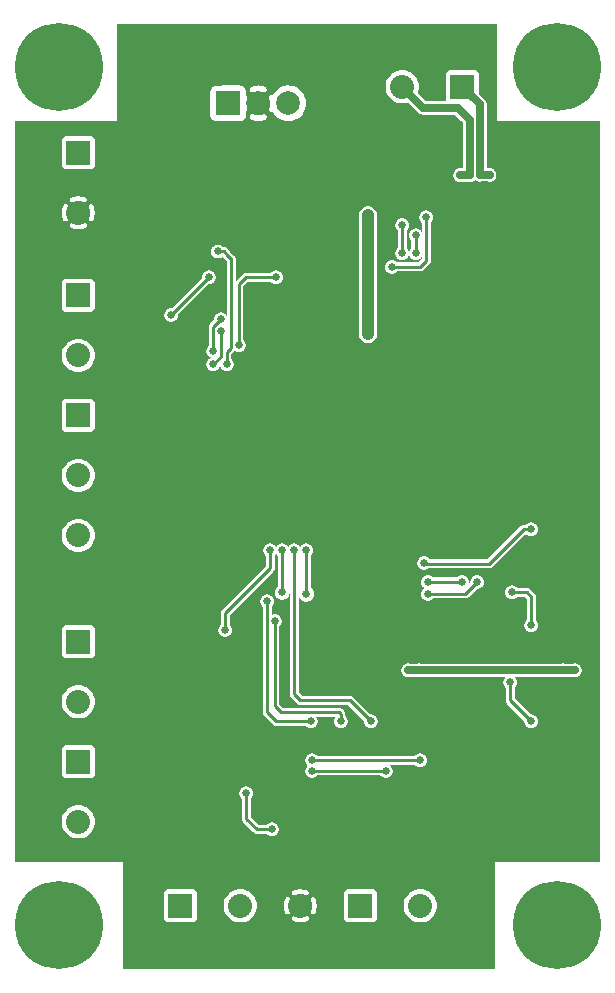
<source format=gbr>
G04 start of page 3 for group 1 idx 1 *
G04 Title: (unknown), solder *
G04 Creator: pcb 4.0.2 *
G04 CreationDate: Wed Jul  1 19:07:19 2020 UTC *
G04 For: ndholmes *
G04 Format: Gerber/RS-274X *
G04 PCB-Dimensions (mil): 2000.00 3200.00 *
G04 PCB-Coordinate-Origin: lower left *
%MOIN*%
%FSLAX25Y25*%
%LNBOTTOM*%
%ADD40C,0.0450*%
%ADD39C,0.0480*%
%ADD38C,0.1285*%
%ADD37C,0.0120*%
%ADD36C,0.0260*%
%ADD35C,0.0787*%
%ADD34C,0.0800*%
%ADD33C,0.2937*%
%ADD32C,0.0250*%
%ADD31C,0.0400*%
%ADD30C,0.0100*%
%ADD29C,0.0001*%
G54D29*G36*
X183400Y177800D02*X74200D01*
Y202038D01*
X74356Y202134D01*
X74631Y202369D01*
X74866Y202644D01*
X75056Y202953D01*
X75194Y203287D01*
X75279Y203639D01*
X75300Y204000D01*
X75279Y204361D01*
X75194Y204713D01*
X75056Y205047D01*
X74866Y205356D01*
X74631Y205631D01*
X74500Y205744D01*
Y207379D01*
X75519Y208398D01*
X75564Y208436D01*
X75646Y208532D01*
X75953Y208344D01*
X76287Y208206D01*
X76639Y208121D01*
X77000Y208093D01*
X77361Y208121D01*
X77713Y208206D01*
X78047Y208344D01*
X78356Y208534D01*
X78631Y208769D01*
X78866Y209044D01*
X79056Y209353D01*
X79194Y209687D01*
X79279Y210039D01*
X79300Y210400D01*
X79279Y210761D01*
X79194Y211113D01*
X79056Y211447D01*
X78866Y211756D01*
X78631Y212031D01*
X78500Y212144D01*
Y229979D01*
X80021Y231500D01*
X87756D01*
X87869Y231369D01*
X88144Y231134D01*
X88453Y230944D01*
X88787Y230806D01*
X89139Y230721D01*
X89500Y230693D01*
X89861Y230721D01*
X90213Y230806D01*
X90547Y230944D01*
X90856Y231134D01*
X91131Y231369D01*
X91366Y231644D01*
X91556Y231953D01*
X91694Y232287D01*
X91779Y232639D01*
X91800Y233000D01*
X91779Y233361D01*
X91694Y233713D01*
X91556Y234047D01*
X91366Y234356D01*
X91131Y234631D01*
X90856Y234866D01*
X90547Y235056D01*
X90213Y235194D01*
X89861Y235279D01*
X89500Y235307D01*
X89139Y235279D01*
X88787Y235194D01*
X88453Y235056D01*
X88144Y234866D01*
X87869Y234631D01*
X87756Y234500D01*
X79459D01*
X79400Y234505D01*
X79165Y234486D01*
X78935Y234431D01*
X78717Y234341D01*
X78516Y234217D01*
X78515Y234217D01*
X78336Y234064D01*
X78298Y234019D01*
X76000Y231721D01*
Y239041D01*
X76005Y239100D01*
X75986Y239335D01*
X75931Y239565D01*
X75841Y239783D01*
X75717Y239984D01*
X75564Y240164D01*
X75519Y240202D01*
X74200Y241521D01*
Y245500D01*
X117100D01*
Y214100D01*
X117128Y213629D01*
X117238Y213170D01*
X117419Y212734D01*
X117665Y212331D01*
X117972Y211972D01*
X118331Y211665D01*
X118734Y211419D01*
X119170Y211238D01*
X119629Y211128D01*
X120100Y211091D01*
X120571Y211128D01*
X121030Y211238D01*
X121466Y211419D01*
X121869Y211665D01*
X122228Y211972D01*
X122535Y212331D01*
X122781Y212734D01*
X122962Y213170D01*
X123072Y213629D01*
X123100Y214100D01*
Y245500D01*
X130000D01*
Y242744D01*
X129869Y242631D01*
X129634Y242356D01*
X129444Y242047D01*
X129306Y241713D01*
X129221Y241361D01*
X129193Y241000D01*
X129221Y240639D01*
X129306Y240287D01*
X129444Y239953D01*
X129634Y239644D01*
X129869Y239369D01*
X130144Y239134D01*
X130453Y238944D01*
X130787Y238806D01*
X131139Y238721D01*
X131500Y238693D01*
X131861Y238721D01*
X132213Y238806D01*
X132547Y238944D01*
X132856Y239134D01*
X133131Y239369D01*
X133366Y239644D01*
X133556Y239953D01*
X133694Y240287D01*
X133750Y240520D01*
X133806Y240287D01*
X133944Y239953D01*
X134134Y239644D01*
X134369Y239369D01*
X134644Y239134D01*
X134953Y238944D01*
X135287Y238806D01*
X135639Y238721D01*
X136000Y238693D01*
X136361Y238721D01*
X136713Y238806D01*
X137047Y238944D01*
X137356Y239134D01*
X137631Y239369D01*
X137866Y239644D01*
X138000Y239862D01*
Y239121D01*
X136879Y238000D01*
X129744D01*
X129631Y238131D01*
X129356Y238366D01*
X129047Y238556D01*
X128713Y238694D01*
X128361Y238779D01*
X128000Y238807D01*
X127639Y238779D01*
X127287Y238694D01*
X126953Y238556D01*
X126644Y238366D01*
X126369Y238131D01*
X126134Y237856D01*
X125944Y237547D01*
X125806Y237213D01*
X125721Y236861D01*
X125693Y236500D01*
X125721Y236139D01*
X125806Y235787D01*
X125944Y235453D01*
X126134Y235144D01*
X126369Y234869D01*
X126644Y234634D01*
X126953Y234444D01*
X127287Y234306D01*
X127639Y234221D01*
X128000Y234193D01*
X128361Y234221D01*
X128713Y234306D01*
X129047Y234444D01*
X129356Y234634D01*
X129631Y234869D01*
X129744Y235000D01*
X137441D01*
X137500Y234995D01*
X137735Y235014D01*
X137735Y235014D01*
X137965Y235069D01*
X138183Y235159D01*
X138384Y235283D01*
X138564Y235436D01*
X138602Y235481D01*
X140519Y237398D01*
X140564Y237436D01*
X140717Y237615D01*
X140717Y237616D01*
X140841Y237817D01*
X140931Y238035D01*
X140986Y238265D01*
X141005Y238500D01*
X141000Y238559D01*
Y245500D01*
X183400D01*
Y177800D01*
G37*
G36*
X144442Y317500D02*X163000D01*
Y259500D01*
X144442D01*
Y287250D01*
X149068D01*
X151750Y284568D01*
Y269350D01*
X151280D01*
X151161Y269379D01*
X150800Y269407D01*
X150439Y269379D01*
X150087Y269294D01*
X149753Y269156D01*
X149444Y268966D01*
X149169Y268731D01*
X148934Y268456D01*
X148744Y268147D01*
X148606Y267813D01*
X148521Y267461D01*
X148493Y267100D01*
X148521Y266739D01*
X148606Y266387D01*
X148744Y266053D01*
X148934Y265744D01*
X149169Y265469D01*
X149444Y265234D01*
X149753Y265044D01*
X150087Y264906D01*
X150439Y264821D01*
X150800Y264793D01*
X151161Y264821D01*
X151280Y264850D01*
X153520D01*
X153639Y264821D01*
X154000Y264793D01*
X154361Y264821D01*
X154713Y264906D01*
X155047Y265044D01*
X155356Y265234D01*
X155631Y265469D01*
X155743Y265599D01*
X155769Y265569D01*
X156044Y265334D01*
X156353Y265144D01*
X156687Y265006D01*
X157039Y264921D01*
X157400Y264893D01*
X157761Y264921D01*
X157880Y264950D01*
X160120D01*
X160239Y264921D01*
X160600Y264893D01*
X160961Y264921D01*
X161313Y265006D01*
X161647Y265144D01*
X161956Y265334D01*
X162231Y265569D01*
X162466Y265844D01*
X162656Y266153D01*
X162794Y266487D01*
X162879Y266839D01*
X162900Y267200D01*
X162879Y267561D01*
X162794Y267913D01*
X162656Y268247D01*
X162466Y268556D01*
X162231Y268831D01*
X161956Y269066D01*
X161647Y269256D01*
X161313Y269394D01*
X160961Y269479D01*
X160600Y269507D01*
X160239Y269479D01*
X160120Y269450D01*
X159650D01*
Y290512D01*
X159657Y290600D01*
X159629Y290953D01*
X159546Y291297D01*
X159507Y291393D01*
X159411Y291625D01*
X159296Y291812D01*
X159226Y291927D01*
X159226Y291927D01*
X158996Y292196D01*
X158929Y292253D01*
X156997Y294185D01*
X156986Y300735D01*
X156931Y300965D01*
X156841Y301183D01*
X156717Y301384D01*
X156564Y301564D01*
X156384Y301717D01*
X156183Y301841D01*
X155965Y301931D01*
X155735Y301986D01*
X155500Y302000D01*
X147265Y301986D01*
X147035Y301931D01*
X146817Y301841D01*
X146616Y301717D01*
X146436Y301564D01*
X146283Y301384D01*
X146159Y301183D01*
X146069Y300965D01*
X146014Y300735D01*
X146000Y300500D01*
X146014Y292265D01*
X146069Y292035D01*
X146159Y291817D01*
X146200Y291750D01*
X144442D01*
Y317500D01*
G37*
G36*
X93258D02*X144442D01*
Y291750D01*
X139432D01*
X136641Y294541D01*
X136747Y294795D01*
X136949Y295637D01*
X137000Y296500D01*
X136949Y297363D01*
X136747Y298205D01*
X136416Y299005D01*
X135963Y299743D01*
X135401Y300401D01*
X134743Y300963D01*
X134005Y301416D01*
X133205Y301747D01*
X132363Y301949D01*
X131500Y302017D01*
X130637Y301949D01*
X129795Y301747D01*
X128995Y301416D01*
X128257Y300963D01*
X127599Y300401D01*
X127037Y299743D01*
X126584Y299005D01*
X126253Y298205D01*
X126051Y297363D01*
X125983Y296500D01*
X126051Y295637D01*
X126253Y294795D01*
X126584Y293995D01*
X127037Y293257D01*
X127599Y292599D01*
X128257Y292037D01*
X128995Y291584D01*
X129795Y291253D01*
X130637Y291051D01*
X131500Y290983D01*
X132363Y291051D01*
X133205Y291253D01*
X133459Y291359D01*
X136847Y287971D01*
X136904Y287904D01*
X137173Y287674D01*
X137173Y287674D01*
X137361Y287559D01*
X137475Y287489D01*
X137803Y287354D01*
X138147Y287271D01*
X138147D01*
X138500Y287243D01*
X138588Y287250D01*
X144442D01*
Y259500D01*
X93258D01*
Y285064D01*
X93500Y285045D01*
X94432Y285118D01*
X95340Y285336D01*
X96204Y285694D01*
X97000Y286182D01*
X97711Y286789D01*
X98318Y287500D01*
X98806Y288296D01*
X99164Y289160D01*
X99382Y290068D01*
X99437Y291000D01*
X99382Y291932D01*
X99164Y292840D01*
X98806Y293704D01*
X98318Y294500D01*
X97711Y295211D01*
X97000Y295818D01*
X96204Y296306D01*
X95340Y296664D01*
X94432Y296882D01*
X93500Y296955D01*
X93258Y296936D01*
Y317500D01*
G37*
G36*
X83502D02*X93258D01*
Y296936D01*
X92568Y296882D01*
X91660Y296664D01*
X90796Y296306D01*
X90000Y295818D01*
X89289Y295211D01*
X88682Y294500D01*
X88265Y293821D01*
X88176Y293836D01*
X88018Y293838D01*
X87861Y293815D01*
X87710Y293768D01*
X87569Y293698D01*
X87439Y293607D01*
X87326Y293496D01*
X87232Y293370D01*
X87158Y293230D01*
X87108Y293080D01*
X87081Y292924D01*
X87079Y292766D01*
X87102Y292610D01*
X87152Y292460D01*
X87278Y292108D01*
X87366Y291744D01*
X87419Y291374D01*
X87437Y291000D01*
X87419Y290626D01*
X87366Y290256D01*
X87278Y289892D01*
X87156Y289539D01*
X87106Y289389D01*
X87083Y289234D01*
X87085Y289076D01*
X87112Y288921D01*
X87162Y288772D01*
X87236Y288633D01*
X87330Y288507D01*
X87442Y288397D01*
X87571Y288306D01*
X87712Y288236D01*
X87862Y288189D01*
X88018Y288167D01*
X88175Y288168D01*
X88263Y288183D01*
X88682Y287500D01*
X89289Y286789D01*
X90000Y286182D01*
X90796Y285694D01*
X91660Y285336D01*
X92568Y285118D01*
X93258Y285064D01*
Y259500D01*
X83502D01*
Y285056D01*
X84064Y285083D01*
X84623Y285163D01*
X85172Y285296D01*
X85706Y285481D01*
X85848Y285550D01*
X85977Y285642D01*
X86091Y285752D01*
X86185Y285879D01*
X86259Y286019D01*
X86309Y286168D01*
X86336Y286324D01*
X86338Y286482D01*
X86315Y286639D01*
X86268Y286790D01*
X86198Y286931D01*
X86107Y287061D01*
X85996Y287174D01*
X85870Y287268D01*
X85730Y287342D01*
X85580Y287392D01*
X85424Y287419D01*
X85266Y287421D01*
X85110Y287398D01*
X84960Y287348D01*
X84608Y287222D01*
X84244Y287134D01*
X83874Y287081D01*
X83502Y287063D01*
Y294937D01*
X83874Y294919D01*
X84244Y294866D01*
X84608Y294778D01*
X84961Y294656D01*
X85111Y294606D01*
X85266Y294583D01*
X85424Y294585D01*
X85579Y294612D01*
X85728Y294662D01*
X85867Y294736D01*
X85993Y294830D01*
X86103Y294942D01*
X86194Y295071D01*
X86264Y295212D01*
X86311Y295362D01*
X86333Y295518D01*
X86332Y295675D01*
X86305Y295831D01*
X86254Y295980D01*
X86181Y296119D01*
X86087Y296245D01*
X85975Y296355D01*
X85846Y296446D01*
X85704Y296513D01*
X85172Y296704D01*
X84623Y296837D01*
X84064Y296917D01*
X83502Y296944D01*
Y317500D01*
G37*
G36*
X73742D02*X83502D01*
Y296944D01*
X83500Y296944D01*
X82936Y296917D01*
X82377Y296837D01*
X81828Y296704D01*
X81294Y296519D01*
X81152Y296450D01*
X81023Y296358D01*
X80909Y296248D01*
X80815Y296121D01*
X80741Y295981D01*
X80691Y295832D01*
X80664Y295676D01*
X80662Y295518D01*
X80685Y295361D01*
X80732Y295210D01*
X80802Y295069D01*
X80893Y294939D01*
X81004Y294826D01*
X81130Y294732D01*
X81270Y294658D01*
X81420Y294608D01*
X81576Y294581D01*
X81734Y294579D01*
X81890Y294602D01*
X82040Y294652D01*
X82392Y294778D01*
X82756Y294866D01*
X83126Y294919D01*
X83500Y294937D01*
X83502Y294937D01*
Y287063D01*
X83500Y287063D01*
X83126Y287081D01*
X82756Y287134D01*
X82392Y287222D01*
X82039Y287344D01*
X81889Y287394D01*
X81734Y287417D01*
X81576Y287415D01*
X81421Y287388D01*
X81272Y287338D01*
X81133Y287264D01*
X81007Y287170D01*
X80897Y287058D01*
X80806Y286929D01*
X80736Y286788D01*
X80689Y286638D01*
X80667Y286482D01*
X80668Y286325D01*
X80695Y286169D01*
X80746Y286020D01*
X80819Y285881D01*
X80913Y285755D01*
X81025Y285645D01*
X81154Y285554D01*
X81296Y285487D01*
X81828Y285296D01*
X82377Y285163D01*
X82936Y285083D01*
X83500Y285056D01*
X83502Y285056D01*
Y259500D01*
X73742D01*
Y285072D01*
X77751Y285082D01*
X78057Y285155D01*
X78348Y285275D01*
X78616Y285440D01*
X78856Y285644D01*
X79060Y285884D01*
X79225Y286152D01*
X79345Y286443D01*
X79418Y286749D01*
X79437Y287063D01*
X79434Y288304D01*
X79561Y288393D01*
X79674Y288504D01*
X79768Y288630D01*
X79842Y288770D01*
X79892Y288920D01*
X79919Y289076D01*
X79921Y289234D01*
X79898Y289390D01*
X79848Y289540D01*
X79722Y289892D01*
X79634Y290256D01*
X79581Y290626D01*
X79563Y291000D01*
X79581Y291374D01*
X79634Y291744D01*
X79722Y292108D01*
X79844Y292461D01*
X79894Y292611D01*
X79917Y292766D01*
X79915Y292924D01*
X79888Y293079D01*
X79838Y293228D01*
X79764Y293367D01*
X79670Y293493D01*
X79558Y293603D01*
X79429Y293694D01*
X79422Y293698D01*
X79418Y295251D01*
X79345Y295557D01*
X79225Y295848D01*
X79060Y296116D01*
X78856Y296356D01*
X78616Y296560D01*
X78348Y296725D01*
X78057Y296845D01*
X77751Y296918D01*
X77437Y296937D01*
X73742Y296929D01*
Y317500D01*
G37*
G36*
X67500D02*X73742D01*
Y296929D01*
X69249Y296918D01*
X68943Y296845D01*
X68652Y296725D01*
X68384Y296560D01*
X68144Y296356D01*
X67940Y296116D01*
X67775Y295848D01*
X67655Y295557D01*
X67582Y295251D01*
X67563Y294937D01*
X67582Y286749D01*
X67655Y286443D01*
X67775Y286152D01*
X67940Y285884D01*
X68144Y285644D01*
X68384Y285440D01*
X68652Y285275D01*
X68943Y285155D01*
X69249Y285082D01*
X69563Y285063D01*
X73742Y285072D01*
Y259500D01*
X67500D01*
Y317500D01*
G37*
G36*
X133746Y240505D02*X133750Y240520D01*
X133806Y240287D01*
X133944Y239953D01*
X134134Y239644D01*
X134369Y239369D01*
X134644Y239134D01*
X134953Y238944D01*
X135287Y238806D01*
X135639Y238721D01*
X136000Y238693D01*
X136361Y238721D01*
X136713Y238806D01*
X137047Y238944D01*
X137356Y239134D01*
X137631Y239369D01*
X137866Y239644D01*
X138000Y239862D01*
Y239121D01*
X136879Y238000D01*
X133746D01*
Y240505D01*
G37*
G36*
Y246534D02*X133806Y246287D01*
X133944Y245953D01*
X134134Y245644D01*
X134369Y245369D01*
X134500Y245256D01*
Y242744D01*
X134369Y242631D01*
X134134Y242356D01*
X133944Y242047D01*
X133806Y241713D01*
X133750Y241480D01*
X133746Y241495D01*
Y246534D01*
G37*
G36*
Y285000D02*X151318D01*
X151750Y284568D01*
Y269350D01*
X151280D01*
X151161Y269379D01*
X150800Y269407D01*
X150439Y269379D01*
X150087Y269294D01*
X149753Y269156D01*
X149444Y268966D01*
X149169Y268731D01*
X148934Y268456D01*
X148744Y268147D01*
X148606Y267813D01*
X148521Y267461D01*
X148493Y267100D01*
X148521Y266739D01*
X148606Y266387D01*
X148744Y266053D01*
X148934Y265744D01*
X149169Y265469D01*
X149444Y265234D01*
X149753Y265044D01*
X150087Y264906D01*
X150439Y264821D01*
X150800Y264793D01*
X151161Y264821D01*
X151280Y264850D01*
X153520D01*
X153639Y264821D01*
X154000Y264793D01*
X154361Y264821D01*
X154713Y264906D01*
X155047Y265044D01*
X155356Y265234D01*
X155631Y265469D01*
X155743Y265599D01*
X155769Y265569D01*
X156044Y265334D01*
X156353Y265144D01*
X156687Y265006D01*
X157039Y264921D01*
X157400Y264893D01*
X157761Y264921D01*
X157880Y264950D01*
X160120D01*
X160239Y264921D01*
X160600Y264893D01*
X160961Y264921D01*
X161313Y265006D01*
X161647Y265144D01*
X161956Y265334D01*
X162231Y265569D01*
X162466Y265844D01*
X162656Y266153D01*
X162794Y266487D01*
X162879Y266839D01*
X162900Y267200D01*
X162879Y267561D01*
X162794Y267913D01*
X162656Y268247D01*
X162466Y268556D01*
X162231Y268831D01*
X161956Y269066D01*
X161647Y269256D01*
X161313Y269394D01*
X160961Y269479D01*
X160600Y269507D01*
X160239Y269479D01*
X160120Y269450D01*
X159650D01*
Y285000D01*
X183500D01*
Y227000D01*
X133746D01*
Y235000D01*
X137441D01*
X137500Y234995D01*
X137735Y235014D01*
X137735Y235014D01*
X137965Y235069D01*
X138183Y235159D01*
X138384Y235283D01*
X138564Y235436D01*
X138602Y235481D01*
X140519Y237398D01*
X140564Y237436D01*
X140717Y237615D01*
X140717Y237616D01*
X140841Y237817D01*
X140931Y238035D01*
X140986Y238265D01*
X141005Y238500D01*
X141000Y238559D01*
Y251256D01*
X141131Y251369D01*
X141366Y251644D01*
X141556Y251953D01*
X141694Y252287D01*
X141779Y252639D01*
X141800Y253000D01*
X141779Y253361D01*
X141694Y253713D01*
X141556Y254047D01*
X141366Y254356D01*
X141131Y254631D01*
X140856Y254866D01*
X140547Y255056D01*
X140213Y255194D01*
X139861Y255279D01*
X139500Y255307D01*
X139139Y255279D01*
X138787Y255194D01*
X138453Y255056D01*
X138144Y254866D01*
X137869Y254631D01*
X137634Y254356D01*
X137444Y254047D01*
X137306Y253713D01*
X137221Y253361D01*
X137193Y253000D01*
X137221Y252639D01*
X137306Y252287D01*
X137444Y251953D01*
X137634Y251644D01*
X137869Y251369D01*
X138000Y251256D01*
Y248138D01*
X137866Y248356D01*
X137631Y248631D01*
X137356Y248866D01*
X137047Y249056D01*
X136713Y249194D01*
X136361Y249279D01*
X136000Y249307D01*
X135639Y249279D01*
X135287Y249194D01*
X134953Y249056D01*
X134644Y248866D01*
X134369Y248631D01*
X134134Y248356D01*
X133944Y248047D01*
X133806Y247713D01*
X133746Y247466D01*
Y250005D01*
X133779Y250139D01*
X133800Y250500D01*
X133779Y250861D01*
X133746Y250995D01*
Y285000D01*
G37*
G36*
Y247466D02*X133721Y247361D01*
X133693Y247000D01*
X133721Y246639D01*
X133746Y246534D01*
Y241495D01*
X133694Y241713D01*
X133556Y242047D01*
X133366Y242356D01*
X133131Y242631D01*
X133000Y242744D01*
Y248756D01*
X133131Y248869D01*
X133366Y249144D01*
X133556Y249453D01*
X133694Y249787D01*
X133746Y250005D01*
Y247466D01*
G37*
G36*
X88000Y285000D02*X133746D01*
Y250995D01*
X133694Y251213D01*
X133556Y251547D01*
X133366Y251856D01*
X133131Y252131D01*
X132856Y252366D01*
X132547Y252556D01*
X132213Y252694D01*
X131861Y252779D01*
X131500Y252807D01*
X131139Y252779D01*
X130787Y252694D01*
X130453Y252556D01*
X130144Y252366D01*
X129869Y252131D01*
X129634Y251856D01*
X129444Y251547D01*
X129306Y251213D01*
X129221Y250861D01*
X129193Y250500D01*
X129221Y250139D01*
X129306Y249787D01*
X129444Y249453D01*
X129634Y249144D01*
X129869Y248869D01*
X130000Y248756D01*
Y242744D01*
X129869Y242631D01*
X129634Y242356D01*
X129444Y242047D01*
X129306Y241713D01*
X129221Y241361D01*
X129193Y241000D01*
X129221Y240639D01*
X129306Y240287D01*
X129444Y239953D01*
X129634Y239644D01*
X129869Y239369D01*
X130144Y239134D01*
X130453Y238944D01*
X130787Y238806D01*
X131139Y238721D01*
X131500Y238693D01*
X131861Y238721D01*
X132213Y238806D01*
X132547Y238944D01*
X132856Y239134D01*
X133131Y239369D01*
X133366Y239644D01*
X133556Y239953D01*
X133694Y240287D01*
X133746Y240505D01*
Y238000D01*
X129744D01*
X129631Y238131D01*
X129356Y238366D01*
X129047Y238556D01*
X128713Y238694D01*
X128361Y238779D01*
X128000Y238807D01*
X127639Y238779D01*
X127287Y238694D01*
X126953Y238556D01*
X126644Y238366D01*
X126369Y238131D01*
X126134Y237856D01*
X125944Y237547D01*
X125806Y237213D01*
X125721Y236861D01*
X125693Y236500D01*
X125721Y236139D01*
X125806Y235787D01*
X125944Y235453D01*
X126134Y235144D01*
X126369Y234869D01*
X126644Y234634D01*
X126953Y234444D01*
X127287Y234306D01*
X127639Y234221D01*
X128000Y234193D01*
X128361Y234221D01*
X128713Y234306D01*
X129047Y234444D01*
X129356Y234634D01*
X129631Y234869D01*
X129744Y235000D01*
X133746D01*
Y227000D01*
X123100D01*
Y253700D01*
X123072Y254171D01*
X122962Y254630D01*
X122781Y255066D01*
X122535Y255469D01*
X122228Y255828D01*
X121869Y256135D01*
X121466Y256381D01*
X121030Y256562D01*
X120571Y256672D01*
X120100Y256709D01*
X119629Y256672D01*
X119170Y256562D01*
X118734Y256381D01*
X118331Y256135D01*
X117972Y255828D01*
X117665Y255469D01*
X117419Y255066D01*
X117238Y254630D01*
X117128Y254171D01*
X117100Y253700D01*
Y227000D01*
X88000D01*
Y231256D01*
X88144Y231134D01*
X88453Y230944D01*
X88787Y230806D01*
X89139Y230721D01*
X89500Y230693D01*
X89861Y230721D01*
X90213Y230806D01*
X90547Y230944D01*
X90856Y231134D01*
X91131Y231369D01*
X91366Y231644D01*
X91556Y231953D01*
X91694Y232287D01*
X91779Y232639D01*
X91800Y233000D01*
X91779Y233361D01*
X91694Y233713D01*
X91556Y234047D01*
X91366Y234356D01*
X91131Y234631D01*
X90856Y234866D01*
X90547Y235056D01*
X90213Y235194D01*
X89861Y235279D01*
X89500Y235307D01*
X89139Y235279D01*
X88787Y235194D01*
X88453Y235056D01*
X88144Y234866D01*
X88000Y234744D01*
Y285000D01*
G37*
G36*
X81500Y38000D02*X60746D01*
Y224625D01*
X66828Y230706D01*
X67000Y230693D01*
X67361Y230721D01*
X67713Y230806D01*
X68047Y230944D01*
X68356Y231134D01*
X68631Y231369D01*
X68866Y231644D01*
X69056Y231953D01*
X69194Y232287D01*
X69279Y232639D01*
X69300Y233000D01*
X69279Y233361D01*
X69194Y233713D01*
X69056Y234047D01*
X68866Y234356D01*
X68631Y234631D01*
X68356Y234866D01*
X68047Y235056D01*
X67713Y235194D01*
X67361Y235279D01*
X67000Y235307D01*
X66639Y235279D01*
X66287Y235194D01*
X65953Y235056D01*
X65644Y234866D01*
X65369Y234631D01*
X65134Y234356D01*
X64944Y234047D01*
X64806Y233713D01*
X64721Y233361D01*
X64693Y233000D01*
X64706Y232828D01*
X60746Y228868D01*
Y285000D01*
X81500D01*
Y234500D01*
X79459D01*
X79400Y234505D01*
X79165Y234486D01*
X78935Y234431D01*
X78717Y234341D01*
X78516Y234217D01*
X78515Y234217D01*
X78336Y234064D01*
X78298Y234019D01*
X76000Y231721D01*
Y239041D01*
X76005Y239100D01*
X75986Y239335D01*
X75931Y239565D01*
X75841Y239783D01*
X75717Y239984D01*
X75564Y240164D01*
X75519Y240202D01*
X73102Y242619D01*
X73064Y242664D01*
X72884Y242817D01*
X72683Y242941D01*
X72465Y243031D01*
X72235Y243086D01*
X72000Y243105D01*
X71941Y243100D01*
X71744D01*
X71631Y243231D01*
X71356Y243466D01*
X71047Y243656D01*
X70713Y243794D01*
X70361Y243879D01*
X70000Y243907D01*
X69639Y243879D01*
X69287Y243794D01*
X68953Y243656D01*
X68644Y243466D01*
X68369Y243231D01*
X68134Y242956D01*
X67944Y242647D01*
X67806Y242313D01*
X67721Y241961D01*
X67693Y241600D01*
X67721Y241239D01*
X67806Y240887D01*
X67944Y240553D01*
X68134Y240244D01*
X68369Y239969D01*
X68644Y239734D01*
X68953Y239544D01*
X69287Y239406D01*
X69639Y239321D01*
X70000Y239293D01*
X70361Y239321D01*
X70713Y239406D01*
X71047Y239544D01*
X71356Y239734D01*
X71566Y239913D01*
X73000Y238479D01*
Y220138D01*
X72866Y220356D01*
X72631Y220631D01*
X72356Y220866D01*
X72047Y221056D01*
X71713Y221194D01*
X71361Y221279D01*
X71000Y221307D01*
X70639Y221279D01*
X70287Y221194D01*
X69953Y221056D01*
X69644Y220866D01*
X69369Y220631D01*
X69134Y220356D01*
X68944Y220047D01*
X68806Y219713D01*
X68721Y219361D01*
X68693Y219000D01*
X68706Y218828D01*
X67481Y217602D01*
X67436Y217564D01*
X67283Y217384D01*
X67159Y217183D01*
X67069Y216965D01*
X67014Y216735D01*
X67014Y216735D01*
X66995Y216500D01*
X67000Y216441D01*
Y210244D01*
X66869Y210131D01*
X66634Y209856D01*
X66444Y209547D01*
X66306Y209213D01*
X66221Y208861D01*
X66193Y208500D01*
X66221Y208139D01*
X66306Y207787D01*
X66444Y207453D01*
X66634Y207144D01*
X66869Y206869D01*
X67144Y206634D01*
X67453Y206444D01*
X67787Y206306D01*
X68020Y206250D01*
X67787Y206194D01*
X67453Y206056D01*
X67144Y205866D01*
X66869Y205631D01*
X66634Y205356D01*
X66444Y205047D01*
X66306Y204713D01*
X66221Y204361D01*
X66193Y204000D01*
X66221Y203639D01*
X66306Y203287D01*
X66444Y202953D01*
X66634Y202644D01*
X66869Y202369D01*
X67144Y202134D01*
X67453Y201944D01*
X67787Y201806D01*
X68139Y201721D01*
X68500Y201693D01*
X68861Y201721D01*
X69213Y201806D01*
X69547Y201944D01*
X69856Y202134D01*
X70131Y202369D01*
X70366Y202644D01*
X70556Y202953D01*
X70694Y203287D01*
X70750Y203520D01*
X70806Y203287D01*
X70944Y202953D01*
X71134Y202644D01*
X71369Y202369D01*
X71644Y202134D01*
X71953Y201944D01*
X72287Y201806D01*
X72639Y201721D01*
X73000Y201693D01*
X73361Y201721D01*
X73713Y201806D01*
X74047Y201944D01*
X74356Y202134D01*
X74631Y202369D01*
X74866Y202644D01*
X75056Y202953D01*
X75194Y203287D01*
X75279Y203639D01*
X75300Y204000D01*
X75279Y204361D01*
X75194Y204713D01*
X75056Y205047D01*
X74866Y205356D01*
X74631Y205631D01*
X74500Y205744D01*
Y207379D01*
X75519Y208398D01*
X75564Y208436D01*
X75646Y208532D01*
X75953Y208344D01*
X76287Y208206D01*
X76639Y208121D01*
X77000Y208093D01*
X77361Y208121D01*
X77713Y208206D01*
X78047Y208344D01*
X78356Y208534D01*
X78631Y208769D01*
X78866Y209044D01*
X79056Y209353D01*
X79194Y209687D01*
X79279Y210039D01*
X79300Y210400D01*
X79279Y210761D01*
X79194Y211113D01*
X79056Y211447D01*
X78866Y211756D01*
X78631Y212031D01*
X78500Y212144D01*
Y229979D01*
X80021Y231500D01*
X81500D01*
Y132121D01*
X71481Y122102D01*
X71436Y122064D01*
X71283Y121884D01*
X71159Y121683D01*
X71069Y121465D01*
X71014Y121235D01*
X71014Y121235D01*
X70995Y121000D01*
X71000Y120941D01*
Y117244D01*
X70869Y117131D01*
X70634Y116856D01*
X70444Y116547D01*
X70306Y116213D01*
X70221Y115861D01*
X70193Y115500D01*
X70221Y115139D01*
X70306Y114787D01*
X70444Y114453D01*
X70634Y114144D01*
X70869Y113869D01*
X71144Y113634D01*
X71453Y113444D01*
X71787Y113306D01*
X72139Y113221D01*
X72500Y113193D01*
X72861Y113221D01*
X73213Y113306D01*
X73547Y113444D01*
X73856Y113634D01*
X74131Y113869D01*
X74366Y114144D01*
X74556Y114453D01*
X74694Y114787D01*
X74779Y115139D01*
X74800Y115500D01*
X74779Y115861D01*
X74694Y116213D01*
X74556Y116547D01*
X74366Y116856D01*
X74131Y117131D01*
X74000Y117244D01*
Y120379D01*
X81500Y127879D01*
Y62138D01*
X81366Y62356D01*
X81131Y62631D01*
X80856Y62866D01*
X80547Y63056D01*
X80213Y63194D01*
X79861Y63279D01*
X79500Y63307D01*
X79139Y63279D01*
X78787Y63194D01*
X78453Y63056D01*
X78144Y62866D01*
X77869Y62631D01*
X77634Y62356D01*
X77444Y62047D01*
X77306Y61713D01*
X77221Y61361D01*
X77193Y61000D01*
X77221Y60639D01*
X77306Y60287D01*
X77444Y59953D01*
X77634Y59644D01*
X77869Y59369D01*
X78000Y59256D01*
Y52559D01*
X77995Y52500D01*
X78014Y52265D01*
X78069Y52035D01*
X78159Y51817D01*
X78283Y51616D01*
X78436Y51436D01*
X78481Y51398D01*
X81500Y48379D01*
Y38000D01*
G37*
G36*
X60746D02*X27993D01*
Y48305D01*
X28416Y48995D01*
X28747Y49795D01*
X28949Y50637D01*
X29000Y51500D01*
X28949Y52363D01*
X28747Y53205D01*
X28416Y54005D01*
X27993Y54695D01*
Y66080D01*
X28183Y66159D01*
X28384Y66283D01*
X28564Y66436D01*
X28717Y66616D01*
X28841Y66817D01*
X28931Y67035D01*
X28986Y67265D01*
X29000Y67500D01*
X28986Y75735D01*
X28931Y75965D01*
X28841Y76183D01*
X28717Y76384D01*
X28564Y76564D01*
X28384Y76717D01*
X28183Y76841D01*
X27993Y76920D01*
Y88305D01*
X28416Y88995D01*
X28747Y89795D01*
X28949Y90637D01*
X29000Y91500D01*
X28949Y92363D01*
X28747Y93205D01*
X28416Y94005D01*
X27993Y94695D01*
Y106080D01*
X28183Y106159D01*
X28384Y106283D01*
X28564Y106436D01*
X28717Y106616D01*
X28841Y106817D01*
X28931Y107035D01*
X28986Y107265D01*
X29000Y107500D01*
X28986Y115735D01*
X28931Y115965D01*
X28841Y116183D01*
X28717Y116384D01*
X28564Y116564D01*
X28384Y116717D01*
X28183Y116841D01*
X27993Y116920D01*
Y143805D01*
X28416Y144495D01*
X28747Y145295D01*
X28949Y146137D01*
X29000Y147000D01*
X28949Y147863D01*
X28747Y148705D01*
X28416Y149505D01*
X27993Y150195D01*
Y163805D01*
X28416Y164495D01*
X28747Y165295D01*
X28949Y166137D01*
X29000Y167000D01*
X28949Y167863D01*
X28747Y168705D01*
X28416Y169505D01*
X27993Y170195D01*
Y181580D01*
X28183Y181659D01*
X28384Y181783D01*
X28564Y181936D01*
X28717Y182116D01*
X28841Y182317D01*
X28931Y182535D01*
X28986Y182765D01*
X29000Y183000D01*
X28986Y191235D01*
X28931Y191465D01*
X28841Y191683D01*
X28717Y191884D01*
X28564Y192064D01*
X28384Y192217D01*
X28183Y192341D01*
X27993Y192420D01*
Y203805D01*
X28416Y204495D01*
X28747Y205295D01*
X28949Y206137D01*
X29000Y207000D01*
X28949Y207863D01*
X28747Y208705D01*
X28416Y209505D01*
X27993Y210195D01*
Y221580D01*
X28183Y221659D01*
X28384Y221783D01*
X28564Y221936D01*
X28717Y222116D01*
X28841Y222317D01*
X28931Y222535D01*
X28986Y222765D01*
X29000Y223000D01*
X28986Y231235D01*
X28931Y231465D01*
X28841Y231683D01*
X28717Y231884D01*
X28564Y232064D01*
X28384Y232217D01*
X28183Y232341D01*
X27993Y232420D01*
Y251645D01*
X28078Y251681D01*
X28179Y251743D01*
X28269Y251819D01*
X28345Y251909D01*
X28405Y252011D01*
X28622Y252480D01*
X28789Y252969D01*
X28909Y253472D01*
X28982Y253984D01*
X29006Y254500D01*
X28982Y255016D01*
X28909Y255528D01*
X28789Y256031D01*
X28622Y256520D01*
X28410Y256992D01*
X28349Y257093D01*
X28272Y257184D01*
X28182Y257261D01*
X28080Y257323D01*
X27993Y257360D01*
Y269080D01*
X28183Y269159D01*
X28384Y269283D01*
X28564Y269436D01*
X28717Y269616D01*
X28841Y269817D01*
X28931Y270035D01*
X28986Y270265D01*
X29000Y270500D01*
X28986Y278735D01*
X28931Y278965D01*
X28841Y279183D01*
X28717Y279384D01*
X28564Y279564D01*
X28384Y279717D01*
X28183Y279841D01*
X27993Y279920D01*
Y285000D01*
X60746D01*
Y228868D01*
X54672Y222794D01*
X54500Y222807D01*
X54139Y222779D01*
X53787Y222694D01*
X53453Y222556D01*
X53144Y222366D01*
X52869Y222131D01*
X52634Y221856D01*
X52444Y221547D01*
X52306Y221213D01*
X52221Y220861D01*
X52193Y220500D01*
X52221Y220139D01*
X52306Y219787D01*
X52444Y219453D01*
X52634Y219144D01*
X52869Y218869D01*
X53144Y218634D01*
X53453Y218444D01*
X53787Y218306D01*
X54139Y218221D01*
X54500Y218193D01*
X54861Y218221D01*
X55213Y218306D01*
X55547Y218444D01*
X55856Y218634D01*
X56131Y218869D01*
X56366Y219144D01*
X56556Y219453D01*
X56694Y219787D01*
X56779Y220139D01*
X56800Y220500D01*
X56790Y220669D01*
X60746Y224625D01*
Y38000D01*
G37*
G36*
X27993Y279920D02*X27965Y279931D01*
X27735Y279986D01*
X27500Y280000D01*
X23500Y279993D01*
Y285000D01*
X27993D01*
Y279920D01*
G37*
G36*
Y232420D02*X27965Y232431D01*
X27735Y232486D01*
X27500Y232500D01*
X23500Y232493D01*
Y248994D01*
X24016Y249018D01*
X24528Y249091D01*
X25031Y249211D01*
X25520Y249378D01*
X25992Y249590D01*
X26093Y249651D01*
X26184Y249728D01*
X26261Y249818D01*
X26323Y249920D01*
X26369Y250029D01*
X26397Y250145D01*
X26406Y250263D01*
X26397Y250381D01*
X26370Y250497D01*
X26324Y250607D01*
X26262Y250708D01*
X26186Y250798D01*
X26095Y250876D01*
X25994Y250938D01*
X25885Y250984D01*
X25769Y251011D01*
X25651Y251021D01*
X25532Y251012D01*
X25417Y250984D01*
X25308Y250937D01*
X24968Y250779D01*
X24612Y250658D01*
X24247Y250570D01*
X23875Y250518D01*
X23500Y250500D01*
Y258500D01*
X23875Y258482D01*
X24247Y258430D01*
X24612Y258342D01*
X24968Y258221D01*
X25310Y258067D01*
X25418Y258020D01*
X25533Y257993D01*
X25651Y257983D01*
X25768Y257993D01*
X25883Y258021D01*
X25992Y258066D01*
X26093Y258128D01*
X26182Y258205D01*
X26259Y258295D01*
X26320Y258395D01*
X26365Y258504D01*
X26393Y258619D01*
X26402Y258737D01*
X26392Y258855D01*
X26365Y258969D01*
X26319Y259078D01*
X26257Y259179D01*
X26181Y259269D01*
X26091Y259345D01*
X25989Y259405D01*
X25520Y259622D01*
X25031Y259789D01*
X24528Y259909D01*
X24016Y259982D01*
X23500Y260006D01*
Y269007D01*
X27735Y269014D01*
X27965Y269069D01*
X27993Y269080D01*
Y257360D01*
X27971Y257369D01*
X27855Y257397D01*
X27737Y257406D01*
X27619Y257397D01*
X27503Y257370D01*
X27393Y257324D01*
X27292Y257262D01*
X27202Y257186D01*
X27124Y257095D01*
X27062Y256994D01*
X27016Y256885D01*
X26989Y256769D01*
X26979Y256651D01*
X26988Y256532D01*
X27016Y256417D01*
X27063Y256308D01*
X27221Y255968D01*
X27342Y255612D01*
X27430Y255247D01*
X27482Y254875D01*
X27500Y254500D01*
X27482Y254125D01*
X27430Y253753D01*
X27342Y253388D01*
X27221Y253032D01*
X27067Y252690D01*
X27020Y252582D01*
X26993Y252467D01*
X26983Y252349D01*
X26993Y252232D01*
X27021Y252117D01*
X27066Y252008D01*
X27128Y251907D01*
X27205Y251818D01*
X27295Y251741D01*
X27395Y251680D01*
X27504Y251635D01*
X27619Y251607D01*
X27737Y251598D01*
X27855Y251608D01*
X27969Y251635D01*
X27993Y251645D01*
Y232420D01*
G37*
G36*
Y210195D02*X27963Y210243D01*
X27401Y210901D01*
X26743Y211463D01*
X26005Y211916D01*
X25205Y212247D01*
X24363Y212449D01*
X23500Y212517D01*
Y221507D01*
X27735Y221514D01*
X27965Y221569D01*
X27993Y221580D01*
Y210195D01*
G37*
G36*
Y192420D02*X27965Y192431D01*
X27735Y192486D01*
X27500Y192500D01*
X23500Y192493D01*
Y201483D01*
X24363Y201551D01*
X25205Y201753D01*
X26005Y202084D01*
X26743Y202537D01*
X27401Y203099D01*
X27963Y203757D01*
X27993Y203805D01*
Y192420D01*
G37*
G36*
Y170195D02*X27963Y170243D01*
X27401Y170901D01*
X26743Y171463D01*
X26005Y171916D01*
X25205Y172247D01*
X24363Y172449D01*
X23500Y172517D01*
Y181507D01*
X27735Y181514D01*
X27965Y181569D01*
X27993Y181580D01*
Y170195D01*
G37*
G36*
Y150195D02*X27963Y150243D01*
X27401Y150901D01*
X26743Y151463D01*
X26005Y151916D01*
X25205Y152247D01*
X24363Y152449D01*
X23500Y152517D01*
Y161483D01*
X24363Y161551D01*
X25205Y161753D01*
X26005Y162084D01*
X26743Y162537D01*
X27401Y163099D01*
X27963Y163757D01*
X27993Y163805D01*
Y150195D01*
G37*
G36*
Y116920D02*X27965Y116931D01*
X27735Y116986D01*
X27500Y117000D01*
X23500Y116993D01*
Y141483D01*
X24363Y141551D01*
X25205Y141753D01*
X26005Y142084D01*
X26743Y142537D01*
X27401Y143099D01*
X27963Y143757D01*
X27993Y143805D01*
Y116920D01*
G37*
G36*
Y94695D02*X27963Y94743D01*
X27401Y95401D01*
X26743Y95963D01*
X26005Y96416D01*
X25205Y96747D01*
X24363Y96949D01*
X23500Y97017D01*
Y106007D01*
X27735Y106014D01*
X27965Y106069D01*
X27993Y106080D01*
Y94695D01*
G37*
G36*
Y76920D02*X27965Y76931D01*
X27735Y76986D01*
X27500Y77000D01*
X23500Y76993D01*
Y85983D01*
X24363Y86051D01*
X25205Y86253D01*
X26005Y86584D01*
X26743Y87037D01*
X27401Y87599D01*
X27963Y88257D01*
X27993Y88305D01*
Y76920D01*
G37*
G36*
Y54695D02*X27963Y54743D01*
X27401Y55401D01*
X26743Y55963D01*
X26005Y56416D01*
X25205Y56747D01*
X24363Y56949D01*
X23500Y57017D01*
Y66007D01*
X27735Y66014D01*
X27965Y66069D01*
X27993Y66080D01*
Y54695D01*
G37*
G36*
Y38000D02*X23500D01*
Y45983D01*
X24363Y46051D01*
X25205Y46253D01*
X26005Y46584D01*
X26743Y47037D01*
X27401Y47599D01*
X27963Y48257D01*
X27993Y48305D01*
Y38000D01*
G37*
G36*
X19007Y66080D02*X19035Y66069D01*
X19265Y66014D01*
X19500Y66000D01*
X23500Y66007D01*
Y57017D01*
X22637Y56949D01*
X21795Y56747D01*
X20995Y56416D01*
X20257Y55963D01*
X19599Y55401D01*
X19037Y54743D01*
X19007Y54695D01*
Y66080D01*
G37*
G36*
Y88305D02*X19037Y88257D01*
X19599Y87599D01*
X20257Y87037D01*
X20995Y86584D01*
X21795Y86253D01*
X22637Y86051D01*
X23500Y85983D01*
Y76993D01*
X19265Y76986D01*
X19035Y76931D01*
X19007Y76920D01*
Y88305D01*
G37*
G36*
Y106080D02*X19035Y106069D01*
X19265Y106014D01*
X19500Y106000D01*
X23500Y106007D01*
Y97017D01*
X22637Y96949D01*
X21795Y96747D01*
X20995Y96416D01*
X20257Y95963D01*
X19599Y95401D01*
X19037Y94743D01*
X19007Y94695D01*
Y106080D01*
G37*
G36*
Y143805D02*X19037Y143757D01*
X19599Y143099D01*
X20257Y142537D01*
X20995Y142084D01*
X21795Y141753D01*
X22637Y141551D01*
X23500Y141483D01*
Y116993D01*
X19265Y116986D01*
X19035Y116931D01*
X19007Y116920D01*
Y143805D01*
G37*
G36*
Y163805D02*X19037Y163757D01*
X19599Y163099D01*
X20257Y162537D01*
X20995Y162084D01*
X21795Y161753D01*
X22637Y161551D01*
X23500Y161483D01*
Y152517D01*
X22637Y152449D01*
X21795Y152247D01*
X20995Y151916D01*
X20257Y151463D01*
X19599Y150901D01*
X19037Y150243D01*
X19007Y150195D01*
Y163805D01*
G37*
G36*
Y181580D02*X19035Y181569D01*
X19265Y181514D01*
X19500Y181500D01*
X23500Y181507D01*
Y172517D01*
X22637Y172449D01*
X21795Y172247D01*
X20995Y171916D01*
X20257Y171463D01*
X19599Y170901D01*
X19037Y170243D01*
X19007Y170195D01*
Y181580D01*
G37*
G36*
Y203805D02*X19037Y203757D01*
X19599Y203099D01*
X20257Y202537D01*
X20995Y202084D01*
X21795Y201753D01*
X22637Y201551D01*
X23500Y201483D01*
Y192493D01*
X19265Y192486D01*
X19035Y192431D01*
X19007Y192420D01*
Y203805D01*
G37*
G36*
Y221580D02*X19035Y221569D01*
X19265Y221514D01*
X19500Y221500D01*
X23500Y221507D01*
Y212517D01*
X22637Y212449D01*
X21795Y212247D01*
X20995Y211916D01*
X20257Y211463D01*
X19599Y210901D01*
X19037Y210243D01*
X19007Y210195D01*
Y221580D01*
G37*
G36*
Y269080D02*X19035Y269069D01*
X19265Y269014D01*
X19500Y269000D01*
X23500Y269007D01*
Y260006D01*
X23500D01*
X22984Y259982D01*
X22472Y259909D01*
X21969Y259789D01*
X21480Y259622D01*
X21008Y259410D01*
X20907Y259349D01*
X20816Y259272D01*
X20739Y259182D01*
X20677Y259080D01*
X20631Y258971D01*
X20603Y258855D01*
X20594Y258737D01*
X20603Y258619D01*
X20630Y258503D01*
X20676Y258393D01*
X20738Y258292D01*
X20814Y258202D01*
X20905Y258124D01*
X21006Y258062D01*
X21115Y258016D01*
X21231Y257989D01*
X21349Y257979D01*
X21468Y257988D01*
X21583Y258016D01*
X21692Y258063D01*
X22032Y258221D01*
X22388Y258342D01*
X22753Y258430D01*
X23125Y258482D01*
X23500Y258500D01*
Y250500D01*
X23125Y250518D01*
X22753Y250570D01*
X22388Y250658D01*
X22032Y250779D01*
X21690Y250933D01*
X21582Y250980D01*
X21467Y251007D01*
X21349Y251017D01*
X21232Y251007D01*
X21117Y250979D01*
X21008Y250934D01*
X20907Y250872D01*
X20818Y250795D01*
X20741Y250705D01*
X20680Y250605D01*
X20635Y250496D01*
X20607Y250381D01*
X20598Y250263D01*
X20608Y250145D01*
X20635Y250031D01*
X20681Y249922D01*
X20743Y249821D01*
X20819Y249731D01*
X20909Y249655D01*
X21011Y249595D01*
X21480Y249378D01*
X21969Y249211D01*
X22472Y249091D01*
X22984Y249018D01*
X23500Y248994D01*
X23500D01*
Y232493D01*
X19265Y232486D01*
X19035Y232431D01*
X19007Y232420D01*
Y251640D01*
X19029Y251631D01*
X19145Y251603D01*
X19263Y251594D01*
X19381Y251603D01*
X19497Y251630D01*
X19607Y251676D01*
X19708Y251738D01*
X19798Y251814D01*
X19876Y251905D01*
X19938Y252006D01*
X19984Y252115D01*
X20011Y252231D01*
X20021Y252349D01*
X20012Y252468D01*
X19984Y252583D01*
X19937Y252692D01*
X19779Y253032D01*
X19658Y253388D01*
X19570Y253753D01*
X19518Y254125D01*
X19500Y254500D01*
X19518Y254875D01*
X19570Y255247D01*
X19658Y255612D01*
X19779Y255968D01*
X19933Y256310D01*
X19980Y256418D01*
X20007Y256533D01*
X20017Y256651D01*
X20007Y256768D01*
X19979Y256883D01*
X19934Y256992D01*
X19872Y257093D01*
X19795Y257182D01*
X19705Y257259D01*
X19605Y257320D01*
X19496Y257365D01*
X19381Y257393D01*
X19263Y257402D01*
X19145Y257392D01*
X19031Y257365D01*
X19007Y257355D01*
Y269080D01*
G37*
G36*
Y285000D02*X23500D01*
Y279993D01*
X19265Y279986D01*
X19035Y279931D01*
X19007Y279920D01*
Y285000D01*
G37*
G36*
X23500Y38000D02*X19007D01*
Y48305D01*
X19037Y48257D01*
X19599Y47599D01*
X20257Y47037D01*
X20995Y46584D01*
X21795Y46253D01*
X22637Y46051D01*
X23500Y45983D01*
Y38000D01*
G37*
G36*
X19007D02*X2500D01*
Y285000D01*
X19007D01*
Y279920D01*
X18817Y279841D01*
X18616Y279717D01*
X18436Y279564D01*
X18283Y279384D01*
X18159Y279183D01*
X18069Y278965D01*
X18014Y278735D01*
X18000Y278500D01*
X18014Y270265D01*
X18069Y270035D01*
X18159Y269817D01*
X18283Y269616D01*
X18436Y269436D01*
X18616Y269283D01*
X18817Y269159D01*
X19007Y269080D01*
Y257355D01*
X18922Y257319D01*
X18821Y257257D01*
X18731Y257181D01*
X18655Y257091D01*
X18595Y256989D01*
X18378Y256520D01*
X18211Y256031D01*
X18091Y255528D01*
X18018Y255016D01*
X17994Y254500D01*
X18018Y253984D01*
X18091Y253472D01*
X18211Y252969D01*
X18378Y252480D01*
X18590Y252008D01*
X18651Y251907D01*
X18728Y251816D01*
X18818Y251739D01*
X18920Y251677D01*
X19007Y251640D01*
Y232420D01*
X18817Y232341D01*
X18616Y232217D01*
X18436Y232064D01*
X18283Y231884D01*
X18159Y231683D01*
X18069Y231465D01*
X18014Y231235D01*
X18000Y231000D01*
X18014Y222765D01*
X18069Y222535D01*
X18159Y222317D01*
X18283Y222116D01*
X18436Y221936D01*
X18616Y221783D01*
X18817Y221659D01*
X19007Y221580D01*
Y210195D01*
X18584Y209505D01*
X18253Y208705D01*
X18051Y207863D01*
X17983Y207000D01*
X18051Y206137D01*
X18253Y205295D01*
X18584Y204495D01*
X19007Y203805D01*
Y192420D01*
X18817Y192341D01*
X18616Y192217D01*
X18436Y192064D01*
X18283Y191884D01*
X18159Y191683D01*
X18069Y191465D01*
X18014Y191235D01*
X18000Y191000D01*
X18014Y182765D01*
X18069Y182535D01*
X18159Y182317D01*
X18283Y182116D01*
X18436Y181936D01*
X18616Y181783D01*
X18817Y181659D01*
X19007Y181580D01*
Y170195D01*
X18584Y169505D01*
X18253Y168705D01*
X18051Y167863D01*
X17983Y167000D01*
X18051Y166137D01*
X18253Y165295D01*
X18584Y164495D01*
X19007Y163805D01*
Y150195D01*
X18584Y149505D01*
X18253Y148705D01*
X18051Y147863D01*
X17983Y147000D01*
X18051Y146137D01*
X18253Y145295D01*
X18584Y144495D01*
X19007Y143805D01*
Y116920D01*
X18817Y116841D01*
X18616Y116717D01*
X18436Y116564D01*
X18283Y116384D01*
X18159Y116183D01*
X18069Y115965D01*
X18014Y115735D01*
X18000Y115500D01*
X18014Y107265D01*
X18069Y107035D01*
X18159Y106817D01*
X18283Y106616D01*
X18436Y106436D01*
X18616Y106283D01*
X18817Y106159D01*
X19007Y106080D01*
Y94695D01*
X18584Y94005D01*
X18253Y93205D01*
X18051Y92363D01*
X17983Y91500D01*
X18051Y90637D01*
X18253Y89795D01*
X18584Y88995D01*
X19007Y88305D01*
Y76920D01*
X18817Y76841D01*
X18616Y76717D01*
X18436Y76564D01*
X18283Y76384D01*
X18159Y76183D01*
X18069Y75965D01*
X18014Y75735D01*
X18000Y75500D01*
X18014Y67265D01*
X18069Y67035D01*
X18159Y66817D01*
X18283Y66616D01*
X18436Y66436D01*
X18616Y66283D01*
X18817Y66159D01*
X19007Y66080D01*
Y54695D01*
X18584Y54005D01*
X18253Y53205D01*
X18051Y52363D01*
X17983Y51500D01*
X18051Y50637D01*
X18253Y49795D01*
X18584Y48995D01*
X19007Y48305D01*
Y38000D01*
G37*
G36*
X83746Y130125D02*X88519Y134898D01*
X88564Y134936D01*
X88717Y135115D01*
X88717Y135116D01*
X88841Y135317D01*
X88931Y135535D01*
X88986Y135765D01*
X89005Y136000D01*
X89000Y136059D01*
Y140256D01*
X89131Y140369D01*
X89366Y140644D01*
X89500Y140862D01*
X89634Y140644D01*
X89869Y140369D01*
X90000Y140256D01*
Y130007D01*
X89727Y129773D01*
X89471Y129474D01*
X89266Y129138D01*
X89115Y128775D01*
X89023Y128392D01*
X88992Y128000D01*
X89023Y127608D01*
X89115Y127225D01*
X89266Y126862D01*
X89471Y126526D01*
X89727Y126227D01*
X90026Y125971D01*
X90362Y125766D01*
X90725Y125615D01*
X91108Y125523D01*
X91500Y125492D01*
X91892Y125523D01*
X92000Y125549D01*
Y89500D01*
X91621D01*
X90500Y90621D01*
Y116756D01*
X90631Y116869D01*
X90866Y117144D01*
X91056Y117453D01*
X91194Y117787D01*
X91279Y118139D01*
X91300Y118500D01*
X91279Y118861D01*
X91194Y119213D01*
X91056Y119547D01*
X90866Y119856D01*
X90631Y120131D01*
X90356Y120366D01*
X90047Y120556D01*
X89713Y120694D01*
X89361Y120779D01*
X89000Y120807D01*
X88639Y120779D01*
X88287Y120694D01*
X88000Y120575D01*
Y123256D01*
X88131Y123369D01*
X88366Y123644D01*
X88556Y123953D01*
X88694Y124287D01*
X88779Y124639D01*
X88800Y125000D01*
X88779Y125361D01*
X88694Y125713D01*
X88556Y126047D01*
X88366Y126356D01*
X88131Y126631D01*
X87856Y126866D01*
X87547Y127056D01*
X87213Y127194D01*
X86861Y127279D01*
X86500Y127307D01*
X86139Y127279D01*
X85787Y127194D01*
X85453Y127056D01*
X85144Y126866D01*
X84869Y126631D01*
X84634Y126356D01*
X84444Y126047D01*
X84306Y125713D01*
X84221Y125361D01*
X84193Y125000D01*
X84221Y124639D01*
X84306Y124287D01*
X84444Y123953D01*
X84634Y123644D01*
X84869Y123369D01*
X85000Y123256D01*
Y88059D01*
X84995Y88000D01*
X85014Y87765D01*
X85069Y87535D01*
X85159Y87317D01*
X85283Y87116D01*
X85436Y86936D01*
X85481Y86898D01*
X88398Y83981D01*
X88436Y83936D01*
X88616Y83783D01*
X88817Y83659D01*
X89035Y83569D01*
X89265Y83514D01*
X89500Y83495D01*
X89559Y83500D01*
X92000D01*
Y38500D01*
X83746D01*
Y47500D01*
X86256D01*
X86369Y47369D01*
X86644Y47134D01*
X86953Y46944D01*
X87287Y46806D01*
X87639Y46721D01*
X88000Y46693D01*
X88361Y46721D01*
X88713Y46806D01*
X89047Y46944D01*
X89356Y47134D01*
X89631Y47369D01*
X89866Y47644D01*
X90056Y47953D01*
X90194Y48287D01*
X90279Y48639D01*
X90300Y49000D01*
X90279Y49361D01*
X90194Y49713D01*
X90056Y50047D01*
X89866Y50356D01*
X89631Y50631D01*
X89356Y50866D01*
X89047Y51056D01*
X88713Y51194D01*
X88361Y51279D01*
X88000Y51307D01*
X87639Y51279D01*
X87287Y51194D01*
X86953Y51056D01*
X86644Y50866D01*
X86369Y50631D01*
X86256Y50500D01*
X83746D01*
Y130125D01*
G37*
G36*
X86000Y140256D02*Y136621D01*
X83746Y134368D01*
Y231500D01*
X87756D01*
X87869Y231369D01*
X88144Y231134D01*
X88453Y230944D01*
X88787Y230806D01*
X89139Y230721D01*
X89500Y230693D01*
X89861Y230721D01*
X90213Y230806D01*
X90547Y230944D01*
X90856Y231134D01*
X91131Y231369D01*
X91366Y231644D01*
X91556Y231953D01*
X91694Y232287D01*
X91779Y232639D01*
X91800Y233000D01*
X91779Y233361D01*
X91694Y233713D01*
X91556Y234047D01*
X91366Y234356D01*
X91131Y234631D01*
X90856Y234866D01*
X90547Y235056D01*
X90213Y235194D01*
X89861Y235279D01*
X89500Y235307D01*
X89139Y235279D01*
X88787Y235194D01*
X88453Y235056D01*
X88144Y234866D01*
X87869Y234631D01*
X87756Y234500D01*
X83746D01*
Y285068D01*
X84064Y285083D01*
X84623Y285163D01*
X85172Y285296D01*
X85706Y285481D01*
X85848Y285550D01*
X85977Y285642D01*
X86091Y285752D01*
X86185Y285879D01*
X86259Y286019D01*
X86309Y286168D01*
X86336Y286324D01*
X86338Y286482D01*
X86315Y286639D01*
X86268Y286790D01*
X86198Y286931D01*
X86107Y287061D01*
X85996Y287174D01*
X85870Y287268D01*
X85730Y287342D01*
X85580Y287392D01*
X85424Y287419D01*
X85266Y287421D01*
X85110Y287398D01*
X84960Y287348D01*
X84608Y287222D01*
X84244Y287134D01*
X83874Y287081D01*
X83746Y287075D01*
Y294925D01*
X83874Y294919D01*
X84244Y294866D01*
X84608Y294778D01*
X84961Y294656D01*
X85111Y294606D01*
X85266Y294583D01*
X85424Y294585D01*
X85579Y294612D01*
X85728Y294662D01*
X85867Y294736D01*
X85993Y294830D01*
X86103Y294942D01*
X86194Y295071D01*
X86264Y295212D01*
X86311Y295362D01*
X86333Y295518D01*
X86332Y295675D01*
X86305Y295831D01*
X86254Y295980D01*
X86181Y296119D01*
X86087Y296245D01*
X85975Y296355D01*
X85846Y296446D01*
X85704Y296513D01*
X85172Y296704D01*
X84623Y296837D01*
X84064Y296917D01*
X83746Y296932D01*
Y317500D01*
X92000D01*
Y296746D01*
X91660Y296664D01*
X90796Y296306D01*
X90000Y295818D01*
X89289Y295211D01*
X88682Y294500D01*
X88265Y293821D01*
X88176Y293836D01*
X88018Y293838D01*
X87861Y293815D01*
X87710Y293768D01*
X87569Y293698D01*
X87439Y293607D01*
X87326Y293496D01*
X87232Y293370D01*
X87158Y293230D01*
X87108Y293080D01*
X87081Y292924D01*
X87079Y292766D01*
X87102Y292610D01*
X87152Y292460D01*
X87278Y292108D01*
X87366Y291744D01*
X87419Y291374D01*
X87437Y291000D01*
X87419Y290626D01*
X87366Y290256D01*
X87278Y289892D01*
X87156Y289539D01*
X87106Y289389D01*
X87083Y289234D01*
X87085Y289076D01*
X87112Y288921D01*
X87162Y288772D01*
X87236Y288633D01*
X87330Y288507D01*
X87442Y288397D01*
X87571Y288306D01*
X87712Y288236D01*
X87862Y288189D01*
X88018Y288167D01*
X88175Y288168D01*
X88263Y288183D01*
X88682Y287500D01*
X89289Y286789D01*
X90000Y286182D01*
X90796Y285694D01*
X91660Y285336D01*
X92000Y285254D01*
Y144245D01*
X91861Y144279D01*
X91500Y144307D01*
X91139Y144279D01*
X90787Y144194D01*
X90453Y144056D01*
X90144Y143866D01*
X89869Y143631D01*
X89634Y143356D01*
X89500Y143138D01*
X89366Y143356D01*
X89131Y143631D01*
X88856Y143866D01*
X88547Y144056D01*
X88213Y144194D01*
X87861Y144279D01*
X87500Y144307D01*
X87139Y144279D01*
X86787Y144194D01*
X86453Y144056D01*
X86144Y143866D01*
X85869Y143631D01*
X85634Y143356D01*
X85444Y143047D01*
X85306Y142713D01*
X85221Y142361D01*
X85193Y142000D01*
X85221Y141639D01*
X85306Y141287D01*
X85444Y140953D01*
X85634Y140644D01*
X85869Y140369D01*
X86000Y140256D01*
G37*
G36*
X73742Y317500D02*X83746D01*
Y296932D01*
X83500Y296944D01*
X82936Y296917D01*
X82377Y296837D01*
X81828Y296704D01*
X81294Y296519D01*
X81152Y296450D01*
X81023Y296358D01*
X80909Y296248D01*
X80815Y296121D01*
X80741Y295981D01*
X80691Y295832D01*
X80664Y295676D01*
X80662Y295518D01*
X80685Y295361D01*
X80732Y295210D01*
X80802Y295069D01*
X80893Y294939D01*
X81004Y294826D01*
X81130Y294732D01*
X81270Y294658D01*
X81420Y294608D01*
X81576Y294581D01*
X81734Y294579D01*
X81890Y294602D01*
X82040Y294652D01*
X82392Y294778D01*
X82756Y294866D01*
X83126Y294919D01*
X83500Y294937D01*
X83746Y294925D01*
Y287075D01*
X83500Y287063D01*
X83126Y287081D01*
X82756Y287134D01*
X82392Y287222D01*
X82039Y287344D01*
X81889Y287394D01*
X81734Y287417D01*
X81576Y287415D01*
X81421Y287388D01*
X81272Y287338D01*
X81133Y287264D01*
X81007Y287170D01*
X80897Y287058D01*
X80806Y286929D01*
X80736Y286788D01*
X80689Y286638D01*
X80667Y286482D01*
X80668Y286325D01*
X80695Y286169D01*
X80746Y286020D01*
X80819Y285881D01*
X80913Y285755D01*
X81025Y285645D01*
X81154Y285554D01*
X81296Y285487D01*
X81828Y285296D01*
X82377Y285163D01*
X82936Y285083D01*
X83500Y285056D01*
X83746Y285068D01*
Y234500D01*
X79459D01*
X79400Y234505D01*
X79165Y234486D01*
X78935Y234431D01*
X78717Y234341D01*
X78516Y234217D01*
X78515Y234217D01*
X78336Y234064D01*
X78298Y234019D01*
X76000Y231721D01*
Y239041D01*
X76005Y239100D01*
X75986Y239335D01*
X75931Y239565D01*
X75841Y239783D01*
X75717Y239984D01*
X75564Y240164D01*
X75519Y240202D01*
X73742Y241979D01*
Y285072D01*
X77751Y285082D01*
X78057Y285155D01*
X78348Y285275D01*
X78616Y285440D01*
X78856Y285644D01*
X79060Y285884D01*
X79225Y286152D01*
X79345Y286443D01*
X79418Y286749D01*
X79437Y287063D01*
X79434Y288304D01*
X79561Y288393D01*
X79674Y288504D01*
X79768Y288630D01*
X79842Y288770D01*
X79892Y288920D01*
X79919Y289076D01*
X79921Y289234D01*
X79898Y289390D01*
X79848Y289540D01*
X79722Y289892D01*
X79634Y290256D01*
X79581Y290626D01*
X79563Y291000D01*
X79581Y291374D01*
X79634Y291744D01*
X79722Y292108D01*
X79844Y292461D01*
X79894Y292611D01*
X79917Y292766D01*
X79915Y292924D01*
X79888Y293079D01*
X79838Y293228D01*
X79764Y293367D01*
X79670Y293493D01*
X79558Y293603D01*
X79429Y293694D01*
X79422Y293698D01*
X79418Y295251D01*
X79345Y295557D01*
X79225Y295848D01*
X79060Y296116D01*
X78856Y296356D01*
X78616Y296560D01*
X78348Y296725D01*
X78057Y296845D01*
X77751Y296918D01*
X77437Y296937D01*
X73742Y296929D01*
Y317500D01*
G37*
G36*
Y113564D02*X73856Y113634D01*
X74131Y113869D01*
X74366Y114144D01*
X74556Y114453D01*
X74694Y114787D01*
X74779Y115139D01*
X74800Y115500D01*
X74779Y115861D01*
X74694Y116213D01*
X74556Y116547D01*
X74366Y116856D01*
X74131Y117131D01*
X74000Y117244D01*
Y120379D01*
X83746Y130125D01*
Y50500D01*
X83621D01*
X81000Y53121D01*
Y59256D01*
X81131Y59369D01*
X81366Y59644D01*
X81556Y59953D01*
X81694Y60287D01*
X81779Y60639D01*
X81800Y61000D01*
X81779Y61361D01*
X81694Y61713D01*
X81556Y62047D01*
X81366Y62356D01*
X81131Y62631D01*
X80856Y62866D01*
X80547Y63056D01*
X80213Y63194D01*
X79861Y63279D01*
X79500Y63307D01*
X79139Y63279D01*
X78787Y63194D01*
X78453Y63056D01*
X78144Y62866D01*
X77869Y62631D01*
X77634Y62356D01*
X77444Y62047D01*
X77306Y61713D01*
X77221Y61361D01*
X77193Y61000D01*
X77221Y60639D01*
X77306Y60287D01*
X77444Y59953D01*
X77634Y59644D01*
X77869Y59369D01*
X78000Y59256D01*
Y52559D01*
X77995Y52500D01*
X78014Y52265D01*
X78069Y52035D01*
X78159Y51817D01*
X78283Y51616D01*
X78436Y51436D01*
X78481Y51398D01*
X81898Y47981D01*
X81936Y47936D01*
X82116Y47783D01*
X82317Y47659D01*
X82535Y47569D01*
X82765Y47514D01*
X83000Y47495D01*
X83059Y47500D01*
X83746D01*
Y38500D01*
X73742D01*
Y113564D01*
G37*
G36*
X83746Y134368D02*X73742Y124363D01*
Y201818D01*
X74047Y201944D01*
X74356Y202134D01*
X74631Y202369D01*
X74866Y202644D01*
X75056Y202953D01*
X75194Y203287D01*
X75279Y203639D01*
X75300Y204000D01*
X75279Y204361D01*
X75194Y204713D01*
X75056Y205047D01*
X74866Y205356D01*
X74631Y205631D01*
X74500Y205744D01*
Y207379D01*
X75519Y208398D01*
X75564Y208436D01*
X75646Y208532D01*
X75953Y208344D01*
X76287Y208206D01*
X76639Y208121D01*
X77000Y208093D01*
X77361Y208121D01*
X77713Y208206D01*
X78047Y208344D01*
X78356Y208534D01*
X78631Y208769D01*
X78866Y209044D01*
X79056Y209353D01*
X79194Y209687D01*
X79279Y210039D01*
X79300Y210400D01*
X79279Y210761D01*
X79194Y211113D01*
X79056Y211447D01*
X78866Y211756D01*
X78631Y212031D01*
X78500Y212144D01*
Y229979D01*
X80021Y231500D01*
X83746D01*
Y134368D01*
G37*
G36*
X73742Y124363D02*X71481Y122102D01*
X71436Y122064D01*
X71283Y121884D01*
X71159Y121683D01*
X71069Y121465D01*
X71014Y121235D01*
X71014Y121235D01*
X70995Y121000D01*
X71000Y120941D01*
Y117244D01*
X70869Y117131D01*
X70634Y116856D01*
X70444Y116547D01*
X70306Y116213D01*
X70221Y115861D01*
X70193Y115500D01*
X70221Y115139D01*
X70306Y114787D01*
X70444Y114453D01*
X70634Y114144D01*
X70869Y113869D01*
X71144Y113634D01*
X71453Y113444D01*
X71787Y113306D01*
X72139Y113221D01*
X72500Y113193D01*
X72861Y113221D01*
X73213Y113306D01*
X73547Y113444D01*
X73742Y113564D01*
Y38500D01*
X60746D01*
Y224625D01*
X66828Y230706D01*
X67000Y230693D01*
X67361Y230721D01*
X67713Y230806D01*
X68047Y230944D01*
X68356Y231134D01*
X68631Y231369D01*
X68866Y231644D01*
X69056Y231953D01*
X69194Y232287D01*
X69279Y232639D01*
X69300Y233000D01*
X69279Y233361D01*
X69194Y233713D01*
X69056Y234047D01*
X68866Y234356D01*
X68631Y234631D01*
X68356Y234866D01*
X68047Y235056D01*
X67713Y235194D01*
X67361Y235279D01*
X67000Y235307D01*
X66639Y235279D01*
X66287Y235194D01*
X65953Y235056D01*
X65644Y234866D01*
X65369Y234631D01*
X65134Y234356D01*
X64944Y234047D01*
X64806Y233713D01*
X64721Y233361D01*
X64693Y233000D01*
X64706Y232828D01*
X60746Y228868D01*
Y317500D01*
X73742D01*
Y296929D01*
X69249Y296918D01*
X68943Y296845D01*
X68652Y296725D01*
X68384Y296560D01*
X68144Y296356D01*
X67940Y296116D01*
X67775Y295848D01*
X67655Y295557D01*
X67582Y295251D01*
X67563Y294937D01*
X67582Y286749D01*
X67655Y286443D01*
X67775Y286152D01*
X67940Y285884D01*
X68144Y285644D01*
X68384Y285440D01*
X68652Y285275D01*
X68943Y285155D01*
X69249Y285082D01*
X69563Y285063D01*
X73742Y285072D01*
Y241979D01*
X73102Y242619D01*
X73064Y242664D01*
X72884Y242817D01*
X72683Y242941D01*
X72465Y243031D01*
X72235Y243086D01*
X72000Y243105D01*
X71941Y243100D01*
X71744D01*
X71631Y243231D01*
X71356Y243466D01*
X71047Y243656D01*
X70713Y243794D01*
X70361Y243879D01*
X70000Y243907D01*
X69639Y243879D01*
X69287Y243794D01*
X68953Y243656D01*
X68644Y243466D01*
X68369Y243231D01*
X68134Y242956D01*
X67944Y242647D01*
X67806Y242313D01*
X67721Y241961D01*
X67693Y241600D01*
X67721Y241239D01*
X67806Y240887D01*
X67944Y240553D01*
X68134Y240244D01*
X68369Y239969D01*
X68644Y239734D01*
X68953Y239544D01*
X69287Y239406D01*
X69639Y239321D01*
X70000Y239293D01*
X70361Y239321D01*
X70713Y239406D01*
X71047Y239544D01*
X71356Y239734D01*
X71566Y239913D01*
X73000Y238479D01*
Y220138D01*
X72866Y220356D01*
X72631Y220631D01*
X72356Y220866D01*
X72047Y221056D01*
X71713Y221194D01*
X71361Y221279D01*
X71000Y221307D01*
X70639Y221279D01*
X70287Y221194D01*
X69953Y221056D01*
X69644Y220866D01*
X69369Y220631D01*
X69134Y220356D01*
X68944Y220047D01*
X68806Y219713D01*
X68721Y219361D01*
X68693Y219000D01*
X68706Y218828D01*
X67481Y217602D01*
X67436Y217564D01*
X67283Y217384D01*
X67159Y217183D01*
X67069Y216965D01*
X67014Y216735D01*
X67014Y216735D01*
X66995Y216500D01*
X67000Y216441D01*
Y210244D01*
X66869Y210131D01*
X66634Y209856D01*
X66444Y209547D01*
X66306Y209213D01*
X66221Y208861D01*
X66193Y208500D01*
X66221Y208139D01*
X66306Y207787D01*
X66444Y207453D01*
X66634Y207144D01*
X66869Y206869D01*
X67144Y206634D01*
X67453Y206444D01*
X67787Y206306D01*
X68020Y206250D01*
X67787Y206194D01*
X67453Y206056D01*
X67144Y205866D01*
X66869Y205631D01*
X66634Y205356D01*
X66444Y205047D01*
X66306Y204713D01*
X66221Y204361D01*
X66193Y204000D01*
X66221Y203639D01*
X66306Y203287D01*
X66444Y202953D01*
X66634Y202644D01*
X66869Y202369D01*
X67144Y202134D01*
X67453Y201944D01*
X67787Y201806D01*
X68139Y201721D01*
X68500Y201693D01*
X68861Y201721D01*
X69213Y201806D01*
X69547Y201944D01*
X69856Y202134D01*
X70131Y202369D01*
X70366Y202644D01*
X70556Y202953D01*
X70694Y203287D01*
X70750Y203520D01*
X70806Y203287D01*
X70944Y202953D01*
X71134Y202644D01*
X71369Y202369D01*
X71644Y202134D01*
X71953Y201944D01*
X72287Y201806D01*
X72639Y201721D01*
X73000Y201693D01*
X73361Y201721D01*
X73713Y201806D01*
X73742Y201818D01*
Y124363D01*
G37*
G36*
X60746Y38500D02*X36500D01*
Y317500D01*
X60746D01*
Y228868D01*
X54672Y222794D01*
X54500Y222807D01*
X54139Y222779D01*
X53787Y222694D01*
X53453Y222556D01*
X53144Y222366D01*
X52869Y222131D01*
X52634Y221856D01*
X52444Y221547D01*
X52306Y221213D01*
X52221Y220861D01*
X52193Y220500D01*
X52221Y220139D01*
X52306Y219787D01*
X52444Y219453D01*
X52634Y219144D01*
X52869Y218869D01*
X53144Y218634D01*
X53453Y218444D01*
X53787Y218306D01*
X54139Y218221D01*
X54500Y218193D01*
X54861Y218221D01*
X55213Y218306D01*
X55547Y218444D01*
X55856Y218634D01*
X56131Y218869D01*
X56366Y219144D01*
X56556Y219453D01*
X56694Y219787D01*
X56779Y220139D01*
X56800Y220500D01*
X56790Y220669D01*
X60746Y224625D01*
Y38500D01*
G37*
G36*
X171246Y146125D02*X172121Y147000D01*
X173362D01*
X173453Y146944D01*
X173787Y146806D01*
X174139Y146721D01*
X174500Y146693D01*
X174861Y146721D01*
X175213Y146806D01*
X175547Y146944D01*
X175638Y147000D01*
X197500D01*
Y38000D01*
X171246D01*
Y86132D01*
X172206Y85172D01*
X172193Y85000D01*
X172221Y84639D01*
X172306Y84287D01*
X172444Y83953D01*
X172634Y83644D01*
X172869Y83369D01*
X173144Y83134D01*
X173453Y82944D01*
X173787Y82806D01*
X174139Y82721D01*
X174500Y82693D01*
X174861Y82721D01*
X175213Y82806D01*
X175547Y82944D01*
X175856Y83134D01*
X176131Y83369D01*
X176366Y83644D01*
X176556Y83953D01*
X176694Y84287D01*
X176779Y84639D01*
X176800Y85000D01*
X176779Y85361D01*
X176694Y85713D01*
X176556Y86047D01*
X176366Y86356D01*
X176131Y86631D01*
X175856Y86866D01*
X175547Y87056D01*
X175213Y87194D01*
X174861Y87279D01*
X174500Y87307D01*
X174328Y87294D01*
X171246Y90375D01*
Y99750D01*
X184520D01*
X184639Y99721D01*
X185000Y99693D01*
X185361Y99721D01*
X185480Y99750D01*
X188520D01*
X188639Y99721D01*
X189000Y99693D01*
X189361Y99721D01*
X189713Y99806D01*
X190047Y99944D01*
X190356Y100134D01*
X190631Y100369D01*
X190866Y100644D01*
X191056Y100953D01*
X191194Y101287D01*
X191279Y101639D01*
X191300Y102000D01*
X191279Y102361D01*
X191194Y102713D01*
X191056Y103047D01*
X190866Y103356D01*
X190631Y103631D01*
X190356Y103866D01*
X190047Y104056D01*
X189713Y104194D01*
X189361Y104279D01*
X189000Y104307D01*
X188639Y104279D01*
X188520Y104250D01*
X185480D01*
X185361Y104279D01*
X185000Y104307D01*
X184639Y104279D01*
X184520Y104250D01*
X171246D01*
Y126500D01*
X172379D01*
X173000Y125879D01*
Y118744D01*
X172869Y118631D01*
X172634Y118356D01*
X172444Y118047D01*
X172306Y117713D01*
X172221Y117361D01*
X172193Y117000D01*
X172221Y116639D01*
X172306Y116287D01*
X172444Y115953D01*
X172634Y115644D01*
X172869Y115369D01*
X173144Y115134D01*
X173453Y114944D01*
X173787Y114806D01*
X174139Y114721D01*
X174500Y114693D01*
X174861Y114721D01*
X175213Y114806D01*
X175547Y114944D01*
X175856Y115134D01*
X176131Y115369D01*
X176366Y115644D01*
X176556Y115953D01*
X176694Y116287D01*
X176779Y116639D01*
X176800Y117000D01*
X176779Y117361D01*
X176694Y117713D01*
X176556Y118047D01*
X176366Y118356D01*
X176131Y118631D01*
X176000Y118744D01*
Y126441D01*
X176005Y126500D01*
X175986Y126735D01*
X175931Y126965D01*
X175841Y127183D01*
X175717Y127384D01*
X175564Y127564D01*
X175519Y127602D01*
X174102Y129019D01*
X174064Y129064D01*
X173884Y129217D01*
X173683Y129341D01*
X173465Y129431D01*
X173235Y129486D01*
X173000Y129505D01*
X172941Y129500D01*
X171246D01*
Y146125D01*
G37*
G36*
Y90375D02*X169000Y92621D01*
Y96256D01*
X169131Y96369D01*
X169366Y96644D01*
X169556Y96953D01*
X169694Y97287D01*
X169779Y97639D01*
X169800Y98000D01*
X169779Y98361D01*
X169694Y98713D01*
X169556Y99047D01*
X169366Y99356D01*
X169131Y99631D01*
X168992Y99750D01*
X171246D01*
Y90375D01*
G37*
G36*
Y38000D02*X161246D01*
Y99750D01*
X166008D01*
X165869Y99631D01*
X165634Y99356D01*
X165444Y99047D01*
X165306Y98713D01*
X165221Y98361D01*
X165193Y98000D01*
X165221Y97639D01*
X165306Y97287D01*
X165444Y96953D01*
X165634Y96644D01*
X165869Y96369D01*
X166000Y96256D01*
Y92059D01*
X165995Y92000D01*
X166014Y91765D01*
X166069Y91535D01*
X166159Y91317D01*
X166283Y91116D01*
X166436Y90936D01*
X166481Y90898D01*
X171246Y86132D01*
Y38000D01*
G37*
G36*
X161246Y136198D02*X161384Y136283D01*
X161564Y136436D01*
X161602Y136481D01*
X171246Y146125D01*
Y129500D01*
X169744D01*
X169631Y129631D01*
X169356Y129866D01*
X169047Y130056D01*
X168713Y130194D01*
X168361Y130279D01*
X168000Y130307D01*
X167639Y130279D01*
X167287Y130194D01*
X166953Y130056D01*
X166644Y129866D01*
X166369Y129631D01*
X166134Y129356D01*
X165944Y129047D01*
X165806Y128713D01*
X165721Y128361D01*
X165693Y128000D01*
X165721Y127639D01*
X165806Y127287D01*
X165944Y126953D01*
X166134Y126644D01*
X166369Y126369D01*
X166644Y126134D01*
X166953Y125944D01*
X167287Y125806D01*
X167639Y125721D01*
X168000Y125693D01*
X168361Y125721D01*
X168713Y125806D01*
X169047Y125944D01*
X169356Y126134D01*
X169631Y126369D01*
X169744Y126500D01*
X171246D01*
Y104250D01*
X161246D01*
Y136198D01*
G37*
G36*
Y147000D02*X167879D01*
X161246Y140368D01*
Y147000D01*
G37*
G36*
X148246Y99750D02*X161246D01*
Y38000D01*
X148246D01*
Y99750D01*
G37*
G36*
Y136000D02*X160441D01*
X160500Y135995D01*
X160735Y136014D01*
X160735Y136014D01*
X160965Y136069D01*
X161183Y136159D01*
X161246Y136198D01*
Y104250D01*
X148246D01*
Y126000D01*
X152441D01*
X152500Y125995D01*
X152735Y126014D01*
X152735Y126014D01*
X152965Y126069D01*
X153183Y126159D01*
X153384Y126283D01*
X153564Y126436D01*
X153602Y126481D01*
X156328Y129206D01*
X156500Y129193D01*
X156861Y129221D01*
X157213Y129306D01*
X157547Y129444D01*
X157856Y129634D01*
X158131Y129869D01*
X158366Y130144D01*
X158556Y130453D01*
X158694Y130787D01*
X158779Y131139D01*
X158800Y131500D01*
X158779Y131861D01*
X158694Y132213D01*
X158556Y132547D01*
X158366Y132856D01*
X158131Y133131D01*
X157856Y133366D01*
X157547Y133556D01*
X157213Y133694D01*
X156861Y133779D01*
X156500Y133807D01*
X156139Y133779D01*
X155787Y133694D01*
X155453Y133556D01*
X155144Y133366D01*
X154869Y133131D01*
X154634Y132856D01*
X154444Y132547D01*
X154306Y132213D01*
X154221Y131861D01*
X154193Y131500D01*
X154206Y131328D01*
X153703Y130824D01*
X153779Y131139D01*
X153800Y131500D01*
X153779Y131861D01*
X153694Y132213D01*
X153556Y132547D01*
X153366Y132856D01*
X153131Y133131D01*
X152856Y133366D01*
X152547Y133556D01*
X152213Y133694D01*
X151861Y133779D01*
X151500Y133807D01*
X151139Y133779D01*
X150787Y133694D01*
X150453Y133556D01*
X150144Y133366D01*
X149869Y133131D01*
X149756Y133000D01*
X148246D01*
Y136000D01*
G37*
G36*
Y147000D02*X161246D01*
Y140368D01*
X159879Y139000D01*
X148246D01*
Y147000D01*
G37*
G36*
X119496D02*X148246D01*
Y139000D01*
X140768D01*
X140670Y139160D01*
X140435Y139435D01*
X140160Y139670D01*
X139851Y139860D01*
X139517Y139998D01*
X139165Y140083D01*
X138804Y140111D01*
X138443Y140083D01*
X138091Y139998D01*
X137757Y139860D01*
X137448Y139670D01*
X137173Y139435D01*
X136937Y139160D01*
X136748Y138851D01*
X136610Y138517D01*
X136525Y138165D01*
X136497Y137804D01*
X136525Y137443D01*
X136610Y137091D01*
X136748Y136757D01*
X136937Y136448D01*
X137173Y136173D01*
X137448Y135937D01*
X137757Y135748D01*
X138091Y135610D01*
X138443Y135525D01*
X138804Y135497D01*
X139165Y135525D01*
X139517Y135610D01*
X139851Y135748D01*
X140160Y135937D01*
X140233Y136000D01*
X148246D01*
Y133000D01*
X141744D01*
X141631Y133131D01*
X141356Y133366D01*
X141047Y133556D01*
X140713Y133694D01*
X140361Y133779D01*
X140000Y133807D01*
X139639Y133779D01*
X139287Y133694D01*
X138953Y133556D01*
X138644Y133366D01*
X138369Y133131D01*
X138134Y132856D01*
X137944Y132547D01*
X137806Y132213D01*
X137721Y131861D01*
X137693Y131500D01*
X137721Y131139D01*
X137806Y130787D01*
X137944Y130453D01*
X138134Y130144D01*
X138369Y129869D01*
X138644Y129634D01*
X138862Y129500D01*
X138644Y129366D01*
X138369Y129131D01*
X138134Y128856D01*
X137944Y128547D01*
X137806Y128213D01*
X137721Y127861D01*
X137693Y127500D01*
X137721Y127139D01*
X137806Y126787D01*
X137944Y126453D01*
X138134Y126144D01*
X138369Y125869D01*
X138644Y125634D01*
X138953Y125444D01*
X139287Y125306D01*
X139639Y125221D01*
X140000Y125193D01*
X140361Y125221D01*
X140713Y125306D01*
X141047Y125444D01*
X141356Y125634D01*
X141631Y125869D01*
X141744Y126000D01*
X148246D01*
Y104250D01*
X137480D01*
X137361Y104279D01*
X137000Y104307D01*
X136639Y104279D01*
X136520Y104250D01*
X133980D01*
X133861Y104279D01*
X133500Y104307D01*
X133139Y104279D01*
X132787Y104194D01*
X132453Y104056D01*
X132144Y103866D01*
X131869Y103631D01*
X131634Y103356D01*
X131444Y103047D01*
X131306Y102713D01*
X131221Y102361D01*
X131193Y102000D01*
X131221Y101639D01*
X131306Y101287D01*
X131444Y100953D01*
X131634Y100644D01*
X131869Y100369D01*
X132144Y100134D01*
X132453Y99944D01*
X132787Y99806D01*
X133139Y99721D01*
X133500Y99693D01*
X133861Y99721D01*
X133980Y99750D01*
X136520D01*
X136639Y99721D01*
X137000Y99693D01*
X137361Y99721D01*
X137480Y99750D01*
X148246D01*
Y38000D01*
X119496D01*
Y67000D01*
X124256D01*
X124369Y66869D01*
X124644Y66634D01*
X124953Y66444D01*
X125287Y66306D01*
X125639Y66221D01*
X126000Y66193D01*
X126361Y66221D01*
X126713Y66306D01*
X127047Y66444D01*
X127356Y66634D01*
X127631Y66869D01*
X127866Y67144D01*
X128056Y67453D01*
X128194Y67787D01*
X128279Y68139D01*
X128300Y68500D01*
X128279Y68861D01*
X128194Y69213D01*
X128056Y69547D01*
X127866Y69856D01*
X127631Y70131D01*
X127356Y70366D01*
X127138Y70500D01*
X135756D01*
X135869Y70369D01*
X136144Y70134D01*
X136453Y69944D01*
X136787Y69806D01*
X137139Y69721D01*
X137500Y69693D01*
X137861Y69721D01*
X138213Y69806D01*
X138547Y69944D01*
X138856Y70134D01*
X139131Y70369D01*
X139366Y70644D01*
X139556Y70953D01*
X139694Y71287D01*
X139779Y71639D01*
X139800Y72000D01*
X139779Y72361D01*
X139694Y72713D01*
X139556Y73047D01*
X139366Y73356D01*
X139131Y73631D01*
X138856Y73866D01*
X138547Y74056D01*
X138213Y74194D01*
X137861Y74279D01*
X137500Y74307D01*
X137139Y74279D01*
X136787Y74194D01*
X136453Y74056D01*
X136144Y73866D01*
X135869Y73631D01*
X135756Y73500D01*
X119496D01*
Y83259D01*
X119644Y83134D01*
X119953Y82944D01*
X120287Y82806D01*
X120639Y82721D01*
X121000Y82693D01*
X121361Y82721D01*
X121713Y82806D01*
X122047Y82944D01*
X122356Y83134D01*
X122631Y83369D01*
X122866Y83644D01*
X123056Y83953D01*
X123194Y84287D01*
X123279Y84639D01*
X123300Y85000D01*
X123279Y85361D01*
X123194Y85713D01*
X123056Y86047D01*
X122866Y86356D01*
X122631Y86631D01*
X122356Y86866D01*
X122047Y87056D01*
X121713Y87194D01*
X121361Y87279D01*
X121000Y87307D01*
X120828Y87294D01*
X119496Y88625D01*
Y147000D01*
G37*
G36*
Y38000D02*X98746D01*
Y83500D01*
X99256D01*
X99369Y83369D01*
X99644Y83134D01*
X99953Y82944D01*
X100287Y82806D01*
X100639Y82721D01*
X101000Y82693D01*
X101361Y82721D01*
X101713Y82806D01*
X102047Y82944D01*
X102356Y83134D01*
X102631Y83369D01*
X102866Y83644D01*
X103056Y83953D01*
X103194Y84287D01*
X103279Y84639D01*
X103300Y85000D01*
X103279Y85361D01*
X103194Y85713D01*
X103056Y86047D01*
X102866Y86356D01*
X102744Y86500D01*
X109256D01*
X109134Y86356D01*
X108944Y86047D01*
X108806Y85713D01*
X108721Y85361D01*
X108693Y85000D01*
X108721Y84639D01*
X108806Y84287D01*
X108944Y83953D01*
X109134Y83644D01*
X109369Y83369D01*
X109644Y83134D01*
X109953Y82944D01*
X110287Y82806D01*
X110639Y82721D01*
X111000Y82693D01*
X111361Y82721D01*
X111713Y82806D01*
X112047Y82944D01*
X112356Y83134D01*
X112631Y83369D01*
X112866Y83644D01*
X113056Y83953D01*
X113194Y84287D01*
X113279Y84639D01*
X113300Y85000D01*
X113279Y85361D01*
X113194Y85713D01*
X113056Y86047D01*
X112866Y86356D01*
X112631Y86631D01*
X112500Y86744D01*
Y87441D01*
X112505Y87500D01*
X112486Y87735D01*
X112431Y87965D01*
X112341Y88183D01*
X112217Y88384D01*
X112064Y88564D01*
X112019Y88602D01*
X111602Y89019D01*
X111564Y89064D01*
X111384Y89217D01*
X111183Y89341D01*
X110965Y89431D01*
X110735Y89486D01*
X110500Y89505D01*
X110441Y89500D01*
X98746D01*
Y90500D01*
X113379D01*
X118706Y85172D01*
X118693Y85000D01*
X118721Y84639D01*
X118806Y84287D01*
X118944Y83953D01*
X119134Y83644D01*
X119369Y83369D01*
X119496Y83259D01*
Y73500D01*
X103244D01*
X103131Y73631D01*
X102856Y73866D01*
X102547Y74056D01*
X102213Y74194D01*
X101861Y74279D01*
X101500Y74307D01*
X101139Y74279D01*
X100787Y74194D01*
X100453Y74056D01*
X100144Y73866D01*
X99869Y73631D01*
X99634Y73356D01*
X99444Y73047D01*
X99306Y72713D01*
X99221Y72361D01*
X99193Y72000D01*
X99221Y71639D01*
X99306Y71287D01*
X99444Y70953D01*
X99634Y70644D01*
X99869Y70369D01*
X100008Y70250D01*
X99869Y70131D01*
X99634Y69856D01*
X99444Y69547D01*
X99306Y69213D01*
X99221Y68861D01*
X99193Y68500D01*
X99221Y68139D01*
X99306Y67787D01*
X99444Y67453D01*
X99634Y67144D01*
X99869Y66869D01*
X100144Y66634D01*
X100453Y66444D01*
X100787Y66306D01*
X101139Y66221D01*
X101500Y66193D01*
X101861Y66221D01*
X102213Y66306D01*
X102547Y66444D01*
X102856Y66634D01*
X103131Y66869D01*
X103244Y67000D01*
X119496D01*
Y38000D01*
G37*
G36*
X98746Y125007D02*X99092Y124924D01*
X99500Y124892D01*
X99908Y124924D01*
X100306Y125020D01*
X100684Y125176D01*
X101033Y125390D01*
X101344Y125656D01*
X101610Y125967D01*
X101824Y126316D01*
X101980Y126694D01*
X102076Y127092D01*
X102100Y127500D01*
X102076Y127908D01*
X101980Y128306D01*
X101824Y128684D01*
X101610Y129033D01*
X101344Y129344D01*
X101033Y129610D01*
X101000Y129630D01*
Y140256D01*
X101131Y140369D01*
X101366Y140644D01*
X101556Y140953D01*
X101694Y141287D01*
X101779Y141639D01*
X101800Y142000D01*
X101779Y142361D01*
X101694Y142713D01*
X101556Y143047D01*
X101366Y143356D01*
X101131Y143631D01*
X100856Y143866D01*
X100547Y144056D01*
X100213Y144194D01*
X99861Y144279D01*
X99500Y144307D01*
X99139Y144279D01*
X98787Y144194D01*
X98746Y144177D01*
Y147000D01*
X119496D01*
Y88625D01*
X115102Y93019D01*
X115064Y93064D01*
X114884Y93217D01*
X114683Y93341D01*
X114465Y93431D01*
X114235Y93486D01*
X114000Y93505D01*
X113941Y93500D01*
X98746D01*
Y125007D01*
G37*
G36*
Y38000D02*X81500D01*
Y48379D01*
X81898Y47981D01*
X81936Y47936D01*
X82116Y47783D01*
X82317Y47659D01*
X82535Y47569D01*
X82765Y47514D01*
X83000Y47495D01*
X83059Y47500D01*
X86256D01*
X86369Y47369D01*
X86644Y47134D01*
X86953Y46944D01*
X87287Y46806D01*
X87639Y46721D01*
X88000Y46693D01*
X88361Y46721D01*
X88713Y46806D01*
X89047Y46944D01*
X89356Y47134D01*
X89631Y47369D01*
X89866Y47644D01*
X90056Y47953D01*
X90194Y48287D01*
X90279Y48639D01*
X90300Y49000D01*
X90279Y49361D01*
X90194Y49713D01*
X90056Y50047D01*
X89866Y50356D01*
X89631Y50631D01*
X89356Y50866D01*
X89047Y51056D01*
X88713Y51194D01*
X88361Y51279D01*
X88000Y51307D01*
X87639Y51279D01*
X87287Y51194D01*
X86953Y51056D01*
X86644Y50866D01*
X86369Y50631D01*
X86256Y50500D01*
X83621D01*
X81500Y52621D01*
Y59862D01*
X81556Y59953D01*
X81694Y60287D01*
X81779Y60639D01*
X81800Y61000D01*
X81779Y61361D01*
X81694Y61713D01*
X81556Y62047D01*
X81500Y62138D01*
Y127879D01*
X88519Y134898D01*
X88564Y134936D01*
X88717Y135115D01*
X88717Y135116D01*
X88841Y135317D01*
X88931Y135535D01*
X88986Y135765D01*
X89005Y136000D01*
X89000Y136059D01*
Y140256D01*
X89131Y140369D01*
X89366Y140644D01*
X89500Y140862D01*
X89634Y140644D01*
X89869Y140369D01*
X90000Y140256D01*
Y130007D01*
X89727Y129773D01*
X89471Y129474D01*
X89266Y129138D01*
X89115Y128775D01*
X89023Y128392D01*
X88992Y128000D01*
X89023Y127608D01*
X89115Y127225D01*
X89266Y126862D01*
X89471Y126526D01*
X89727Y126227D01*
X90026Y125971D01*
X90362Y125766D01*
X90725Y125615D01*
X91108Y125523D01*
X91500Y125492D01*
X91892Y125523D01*
X92275Y125615D01*
X92638Y125766D01*
X92974Y125971D01*
X93273Y126227D01*
X93529Y126526D01*
X93734Y126862D01*
X93885Y127225D01*
X93977Y127608D01*
X94000Y128000D01*
Y94059D01*
X93995Y94000D01*
X94014Y93765D01*
X94069Y93535D01*
X94159Y93317D01*
X94283Y93116D01*
X94436Y92936D01*
X94481Y92898D01*
X96398Y90981D01*
X96436Y90936D01*
X96616Y90783D01*
X96817Y90659D01*
X97035Y90569D01*
X97265Y90514D01*
X97500Y90495D01*
X97559Y90500D01*
X98746D01*
Y89500D01*
X91621D01*
X90500Y90621D01*
Y116756D01*
X90631Y116869D01*
X90866Y117144D01*
X91056Y117453D01*
X91194Y117787D01*
X91279Y118139D01*
X91300Y118500D01*
X91279Y118861D01*
X91194Y119213D01*
X91056Y119547D01*
X90866Y119856D01*
X90631Y120131D01*
X90356Y120366D01*
X90047Y120556D01*
X89713Y120694D01*
X89361Y120779D01*
X89000Y120807D01*
X88639Y120779D01*
X88287Y120694D01*
X88000Y120575D01*
Y123256D01*
X88131Y123369D01*
X88366Y123644D01*
X88556Y123953D01*
X88694Y124287D01*
X88779Y124639D01*
X88800Y125000D01*
X88779Y125361D01*
X88694Y125713D01*
X88556Y126047D01*
X88366Y126356D01*
X88131Y126631D01*
X87856Y126866D01*
X87547Y127056D01*
X87213Y127194D01*
X86861Y127279D01*
X86500Y127307D01*
X86139Y127279D01*
X85787Y127194D01*
X85453Y127056D01*
X85144Y126866D01*
X84869Y126631D01*
X84634Y126356D01*
X84444Y126047D01*
X84306Y125713D01*
X84221Y125361D01*
X84193Y125000D01*
X84221Y124639D01*
X84306Y124287D01*
X84444Y123953D01*
X84634Y123644D01*
X84869Y123369D01*
X85000Y123256D01*
Y88059D01*
X84995Y88000D01*
X85014Y87765D01*
X85069Y87535D01*
X85159Y87317D01*
X85283Y87116D01*
X85436Y86936D01*
X85481Y86898D01*
X88398Y83981D01*
X88436Y83936D01*
X88616Y83783D01*
X88817Y83659D01*
X89035Y83569D01*
X89265Y83514D01*
X89500Y83495D01*
X89559Y83500D01*
X98746D01*
Y38000D01*
G37*
G36*
Y144177D02*X98453Y144056D01*
X98144Y143866D01*
X97869Y143631D01*
X97634Y143356D01*
X97500Y143138D01*
X97366Y143356D01*
X97131Y143631D01*
X96856Y143866D01*
X96547Y144056D01*
X96213Y144194D01*
X95861Y144279D01*
X95500Y144307D01*
X95139Y144279D01*
X94787Y144194D01*
X94453Y144056D01*
X94144Y143866D01*
X93869Y143631D01*
X93634Y143356D01*
X93500Y143138D01*
X93366Y143356D01*
X93131Y143631D01*
X92856Y143866D01*
X92547Y144056D01*
X92213Y144194D01*
X91861Y144279D01*
X91500Y144307D01*
X91139Y144279D01*
X90787Y144194D01*
X90453Y144056D01*
X90144Y143866D01*
X89869Y143631D01*
X89634Y143356D01*
X89500Y143138D01*
X89366Y143356D01*
X89131Y143631D01*
X88856Y143866D01*
X88547Y144056D01*
X88213Y144194D01*
X87861Y144279D01*
X87500Y144307D01*
X87139Y144279D01*
X86787Y144194D01*
X86453Y144056D01*
X86144Y143866D01*
X85869Y143631D01*
X85634Y143356D01*
X85444Y143047D01*
X85306Y142713D01*
X85221Y142361D01*
X85193Y142000D01*
X85221Y141639D01*
X85306Y141287D01*
X85444Y140953D01*
X85634Y140644D01*
X85869Y140369D01*
X86000Y140256D01*
Y136621D01*
X81500Y132121D01*
Y147000D01*
X98746D01*
Y144177D01*
G37*
G36*
X98121Y93500D02*X97000Y94621D01*
Y126776D01*
X97020Y126694D01*
X97176Y126316D01*
X97390Y125967D01*
X97656Y125656D01*
X97967Y125390D01*
X98316Y125176D01*
X98694Y125020D01*
X98746Y125007D01*
Y93500D01*
X98121D01*
G37*
G36*
X137492Y41500D02*X162500D01*
Y2500D01*
X137492D01*
Y17984D01*
X137500Y17983D01*
X138363Y18051D01*
X139205Y18253D01*
X140005Y18584D01*
X140743Y19037D01*
X141401Y19599D01*
X141963Y20257D01*
X142416Y20995D01*
X142747Y21795D01*
X142949Y22637D01*
X143000Y23500D01*
X142949Y24363D01*
X142747Y25205D01*
X142416Y26005D01*
X141963Y26743D01*
X141401Y27401D01*
X140743Y27963D01*
X140005Y28416D01*
X139205Y28747D01*
X138363Y28949D01*
X137500Y29017D01*
X137492Y29016D01*
Y41500D01*
G37*
G36*
X117500D02*X137492D01*
Y29016D01*
X136637Y28949D01*
X135795Y28747D01*
X134995Y28416D01*
X134257Y27963D01*
X133599Y27401D01*
X133037Y26743D01*
X132584Y26005D01*
X132253Y25205D01*
X132051Y24363D01*
X131983Y23500D01*
X132051Y22637D01*
X132253Y21795D01*
X132584Y20995D01*
X133037Y20257D01*
X133599Y19599D01*
X134257Y19037D01*
X134995Y18584D01*
X135795Y18253D01*
X136637Y18051D01*
X137492Y17984D01*
Y2500D01*
X117500D01*
Y18007D01*
X121735Y18014D01*
X121965Y18069D01*
X122183Y18159D01*
X122384Y18283D01*
X122564Y18436D01*
X122717Y18616D01*
X122841Y18817D01*
X122931Y19035D01*
X122986Y19265D01*
X123000Y19500D01*
X122986Y27735D01*
X122931Y27965D01*
X122841Y28183D01*
X122717Y28384D01*
X122564Y28564D01*
X122384Y28717D01*
X122183Y28841D01*
X121965Y28931D01*
X121735Y28986D01*
X121500Y29000D01*
X117500Y28993D01*
Y41500D01*
G37*
G36*
X101993D02*X117500D01*
Y28993D01*
X113265Y28986D01*
X113035Y28931D01*
X112817Y28841D01*
X112616Y28717D01*
X112436Y28564D01*
X112283Y28384D01*
X112159Y28183D01*
X112069Y27965D01*
X112014Y27735D01*
X112000Y27500D01*
X112014Y19265D01*
X112069Y19035D01*
X112159Y18817D01*
X112283Y18616D01*
X112436Y18436D01*
X112616Y18283D01*
X112817Y18159D01*
X113035Y18069D01*
X113265Y18014D01*
X113500Y18000D01*
X117500Y18007D01*
Y2500D01*
X101993D01*
Y20645D01*
X102078Y20681D01*
X102179Y20743D01*
X102269Y20819D01*
X102345Y20909D01*
X102405Y21011D01*
X102622Y21480D01*
X102789Y21969D01*
X102909Y22472D01*
X102982Y22984D01*
X103006Y23500D01*
X102982Y24016D01*
X102909Y24528D01*
X102789Y25031D01*
X102622Y25520D01*
X102410Y25992D01*
X102349Y26093D01*
X102272Y26184D01*
X102182Y26261D01*
X102080Y26323D01*
X101993Y26360D01*
Y41500D01*
G37*
G36*
X97502D02*X101993D01*
Y26360D01*
X101971Y26369D01*
X101855Y26397D01*
X101737Y26406D01*
X101619Y26397D01*
X101503Y26370D01*
X101393Y26324D01*
X101292Y26262D01*
X101202Y26186D01*
X101124Y26095D01*
X101062Y25994D01*
X101016Y25885D01*
X100989Y25769D01*
X100979Y25651D01*
X100988Y25532D01*
X101016Y25417D01*
X101063Y25308D01*
X101221Y24968D01*
X101342Y24612D01*
X101430Y24247D01*
X101482Y23875D01*
X101500Y23500D01*
X101482Y23125D01*
X101430Y22753D01*
X101342Y22388D01*
X101221Y22032D01*
X101067Y21690D01*
X101020Y21582D01*
X100993Y21467D01*
X100983Y21349D01*
X100993Y21232D01*
X101021Y21117D01*
X101066Y21008D01*
X101128Y20907D01*
X101205Y20818D01*
X101295Y20741D01*
X101395Y20680D01*
X101504Y20635D01*
X101619Y20607D01*
X101737Y20598D01*
X101855Y20608D01*
X101969Y20635D01*
X101993Y20645D01*
Y2500D01*
X97502D01*
Y17994D01*
X98016Y18018D01*
X98528Y18091D01*
X99031Y18211D01*
X99520Y18378D01*
X99992Y18590D01*
X100093Y18651D01*
X100184Y18728D01*
X100261Y18818D01*
X100323Y18920D01*
X100369Y19029D01*
X100397Y19145D01*
X100406Y19263D01*
X100397Y19381D01*
X100370Y19497D01*
X100324Y19607D01*
X100262Y19708D01*
X100186Y19798D01*
X100095Y19876D01*
X99994Y19938D01*
X99885Y19984D01*
X99769Y20011D01*
X99651Y20021D01*
X99532Y20012D01*
X99417Y19984D01*
X99308Y19937D01*
X98968Y19779D01*
X98612Y19658D01*
X98247Y19570D01*
X97875Y19518D01*
X97502Y19500D01*
Y27500D01*
X97875Y27482D01*
X98247Y27430D01*
X98612Y27342D01*
X98968Y27221D01*
X99310Y27067D01*
X99418Y27020D01*
X99533Y26993D01*
X99651Y26983D01*
X99768Y26993D01*
X99883Y27021D01*
X99992Y27066D01*
X100093Y27128D01*
X100182Y27205D01*
X100259Y27295D01*
X100320Y27395D01*
X100365Y27504D01*
X100393Y27619D01*
X100402Y27737D01*
X100392Y27855D01*
X100365Y27969D01*
X100319Y28078D01*
X100257Y28179D01*
X100181Y28269D01*
X100091Y28345D01*
X99989Y28405D01*
X99520Y28622D01*
X99031Y28789D01*
X98528Y28909D01*
X98016Y28982D01*
X97502Y29006D01*
Y41500D01*
G37*
G36*
X93007D02*X97502D01*
Y29006D01*
X97500Y29006D01*
X96984Y28982D01*
X96472Y28909D01*
X95969Y28789D01*
X95480Y28622D01*
X95008Y28410D01*
X94907Y28349D01*
X94816Y28272D01*
X94739Y28182D01*
X94677Y28080D01*
X94631Y27971D01*
X94603Y27855D01*
X94594Y27737D01*
X94603Y27619D01*
X94630Y27503D01*
X94676Y27393D01*
X94738Y27292D01*
X94814Y27202D01*
X94905Y27124D01*
X95006Y27062D01*
X95115Y27016D01*
X95231Y26989D01*
X95349Y26979D01*
X95468Y26988D01*
X95583Y27016D01*
X95692Y27063D01*
X96032Y27221D01*
X96388Y27342D01*
X96753Y27430D01*
X97125Y27482D01*
X97500Y27500D01*
X97502Y27500D01*
Y19500D01*
X97500Y19500D01*
X97125Y19518D01*
X96753Y19570D01*
X96388Y19658D01*
X96032Y19779D01*
X95690Y19933D01*
X95582Y19980D01*
X95467Y20007D01*
X95349Y20017D01*
X95232Y20007D01*
X95117Y19979D01*
X95008Y19934D01*
X94907Y19872D01*
X94818Y19795D01*
X94741Y19705D01*
X94680Y19605D01*
X94635Y19496D01*
X94607Y19381D01*
X94598Y19263D01*
X94608Y19145D01*
X94635Y19031D01*
X94681Y18922D01*
X94743Y18821D01*
X94819Y18731D01*
X94909Y18655D01*
X95011Y18595D01*
X95480Y18378D01*
X95969Y18211D01*
X96472Y18091D01*
X96984Y18018D01*
X97500Y17994D01*
X97502Y17994D01*
Y2500D01*
X93007D01*
Y20640D01*
X93029Y20631D01*
X93145Y20603D01*
X93263Y20594D01*
X93381Y20603D01*
X93497Y20630D01*
X93607Y20676D01*
X93708Y20738D01*
X93798Y20814D01*
X93876Y20905D01*
X93938Y21006D01*
X93984Y21115D01*
X94011Y21231D01*
X94021Y21349D01*
X94012Y21468D01*
X93984Y21583D01*
X93937Y21692D01*
X93779Y22032D01*
X93658Y22388D01*
X93570Y22753D01*
X93518Y23125D01*
X93500Y23500D01*
X93518Y23875D01*
X93570Y24247D01*
X93658Y24612D01*
X93779Y24968D01*
X93933Y25310D01*
X93980Y25418D01*
X94007Y25533D01*
X94017Y25651D01*
X94007Y25768D01*
X93979Y25883D01*
X93934Y25992D01*
X93872Y26093D01*
X93795Y26182D01*
X93705Y26259D01*
X93605Y26320D01*
X93496Y26365D01*
X93381Y26393D01*
X93263Y26402D01*
X93145Y26392D01*
X93031Y26365D01*
X93007Y26355D01*
Y41500D01*
G37*
G36*
X77492D02*X93007D01*
Y26355D01*
X92922Y26319D01*
X92821Y26257D01*
X92731Y26181D01*
X92655Y26091D01*
X92595Y25989D01*
X92378Y25520D01*
X92211Y25031D01*
X92091Y24528D01*
X92018Y24016D01*
X91994Y23500D01*
X92018Y22984D01*
X92091Y22472D01*
X92211Y21969D01*
X92378Y21480D01*
X92590Y21008D01*
X92651Y20907D01*
X92728Y20816D01*
X92818Y20739D01*
X92920Y20677D01*
X93007Y20640D01*
Y2500D01*
X77492D01*
Y17984D01*
X77500Y17983D01*
X78363Y18051D01*
X79205Y18253D01*
X80005Y18584D01*
X80743Y19037D01*
X81401Y19599D01*
X81963Y20257D01*
X82416Y20995D01*
X82747Y21795D01*
X82949Y22637D01*
X83000Y23500D01*
X82949Y24363D01*
X82747Y25205D01*
X82416Y26005D01*
X81963Y26743D01*
X81401Y27401D01*
X80743Y27963D01*
X80005Y28416D01*
X79205Y28747D01*
X78363Y28949D01*
X77500Y29017D01*
X77492Y29016D01*
Y41500D01*
G37*
G36*
X57500D02*X77492D01*
Y29016D01*
X76637Y28949D01*
X75795Y28747D01*
X74995Y28416D01*
X74257Y27963D01*
X73599Y27401D01*
X73037Y26743D01*
X72584Y26005D01*
X72253Y25205D01*
X72051Y24363D01*
X71983Y23500D01*
X72051Y22637D01*
X72253Y21795D01*
X72584Y20995D01*
X73037Y20257D01*
X73599Y19599D01*
X74257Y19037D01*
X74995Y18584D01*
X75795Y18253D01*
X76637Y18051D01*
X77492Y17984D01*
Y2500D01*
X57500D01*
Y18007D01*
X61735Y18014D01*
X61965Y18069D01*
X62183Y18159D01*
X62384Y18283D01*
X62564Y18436D01*
X62717Y18616D01*
X62841Y18817D01*
X62931Y19035D01*
X62986Y19265D01*
X63000Y19500D01*
X62986Y27735D01*
X62931Y27965D01*
X62841Y28183D01*
X62717Y28384D01*
X62564Y28564D01*
X62384Y28717D01*
X62183Y28841D01*
X61965Y28931D01*
X61735Y28986D01*
X61500Y29000D01*
X57500Y28993D01*
Y41500D01*
G37*
G36*
X38500D02*X57500D01*
Y28993D01*
X53265Y28986D01*
X53035Y28931D01*
X52817Y28841D01*
X52616Y28717D01*
X52436Y28564D01*
X52283Y28384D01*
X52159Y28183D01*
X52069Y27965D01*
X52014Y27735D01*
X52000Y27500D01*
X52014Y19265D01*
X52069Y19035D01*
X52159Y18817D01*
X52283Y18616D01*
X52436Y18436D01*
X52616Y18283D01*
X52817Y18159D01*
X53035Y18069D01*
X53265Y18014D01*
X53500Y18000D01*
X57500Y18007D01*
Y2500D01*
X38500D01*
Y41500D01*
G37*
G36*
X156648Y185300D02*X183400D01*
Y117600D01*
X176721D01*
X176694Y117713D01*
X176556Y118047D01*
X176366Y118356D01*
X176131Y118631D01*
X176000Y118744D01*
Y126441D01*
X176005Y126500D01*
X175986Y126735D01*
X175931Y126965D01*
X175841Y127183D01*
X175717Y127384D01*
X175564Y127564D01*
X175519Y127602D01*
X174102Y129019D01*
X174064Y129064D01*
X173884Y129217D01*
X173683Y129341D01*
X173465Y129431D01*
X173235Y129486D01*
X173000Y129505D01*
X172941Y129500D01*
X169744D01*
X169631Y129631D01*
X169356Y129866D01*
X169047Y130056D01*
X168713Y130194D01*
X168361Y130279D01*
X168000Y130307D01*
X167639Y130279D01*
X167287Y130194D01*
X166953Y130056D01*
X166644Y129866D01*
X166369Y129631D01*
X166134Y129356D01*
X165944Y129047D01*
X165806Y128713D01*
X165721Y128361D01*
X165693Y128000D01*
X165721Y127639D01*
X165806Y127287D01*
X165944Y126953D01*
X166134Y126644D01*
X166369Y126369D01*
X166644Y126134D01*
X166953Y125944D01*
X167287Y125806D01*
X167639Y125721D01*
X168000Y125693D01*
X168361Y125721D01*
X168713Y125806D01*
X169047Y125944D01*
X169356Y126134D01*
X169631Y126369D01*
X169744Y126500D01*
X172379D01*
X173000Y125879D01*
Y118744D01*
X172869Y118631D01*
X172634Y118356D01*
X172444Y118047D01*
X172306Y117713D01*
X172279Y117600D01*
X156648D01*
Y129205D01*
X156861Y129221D01*
X157213Y129306D01*
X157547Y129444D01*
X157856Y129634D01*
X158131Y129869D01*
X158366Y130144D01*
X158556Y130453D01*
X158694Y130787D01*
X158779Y131139D01*
X158800Y131500D01*
X158779Y131861D01*
X158694Y132213D01*
X158556Y132547D01*
X158366Y132856D01*
X158131Y133131D01*
X157856Y133366D01*
X157547Y133556D01*
X157213Y133694D01*
X156861Y133779D01*
X156648Y133795D01*
Y136000D01*
X160441D01*
X160500Y135995D01*
X160735Y136014D01*
X160735Y136014D01*
X160965Y136069D01*
X161183Y136159D01*
X161384Y136283D01*
X161564Y136436D01*
X161602Y136481D01*
X172621Y147500D01*
X172756D01*
X172869Y147369D01*
X173144Y147134D01*
X173453Y146944D01*
X173787Y146806D01*
X174139Y146721D01*
X174500Y146693D01*
X174861Y146721D01*
X175213Y146806D01*
X175547Y146944D01*
X175856Y147134D01*
X176131Y147369D01*
X176366Y147644D01*
X176556Y147953D01*
X176694Y148287D01*
X176779Y148639D01*
X176800Y149000D01*
X176779Y149361D01*
X176694Y149713D01*
X176556Y150047D01*
X176366Y150356D01*
X176131Y150631D01*
X175856Y150866D01*
X175547Y151056D01*
X175213Y151194D01*
X174861Y151279D01*
X174500Y151307D01*
X174139Y151279D01*
X173787Y151194D01*
X173453Y151056D01*
X173144Y150866D01*
X172869Y150631D01*
X172756Y150500D01*
X172059D01*
X172000Y150505D01*
X171765Y150486D01*
X171535Y150431D01*
X171317Y150341D01*
X171116Y150217D01*
X171115Y150217D01*
X170936Y150064D01*
X170898Y150019D01*
X159879Y139000D01*
X156648D01*
Y185300D01*
G37*
G36*
X101000Y129630D02*Y140256D01*
X101131Y140369D01*
X101366Y140644D01*
X101556Y140953D01*
X101694Y141287D01*
X101779Y141639D01*
X101800Y142000D01*
X101779Y142361D01*
X101694Y142713D01*
X101556Y143047D01*
X101366Y143356D01*
X101131Y143631D01*
X100856Y143866D01*
X100547Y144056D01*
X100213Y144194D01*
X99861Y144279D01*
X99500Y144307D01*
X99139Y144279D01*
X98787Y144194D01*
X98453Y144056D01*
X98144Y143866D01*
X97869Y143631D01*
X97634Y143356D01*
X97500Y143138D01*
X97366Y143356D01*
X97131Y143631D01*
X96856Y143866D01*
X96547Y144056D01*
X96213Y144194D01*
X95861Y144279D01*
X95500Y144307D01*
X95139Y144279D01*
X94787Y144194D01*
X94453Y144056D01*
X94144Y143866D01*
X93869Y143631D01*
X93634Y143356D01*
X93500Y143138D01*
X93366Y143356D01*
X93131Y143631D01*
X92856Y143866D01*
X92547Y144056D01*
X92213Y144194D01*
X91861Y144279D01*
X91500Y144307D01*
X91139Y144279D01*
X90787Y144194D01*
X90453Y144056D01*
X90144Y143866D01*
X89869Y143631D01*
X89634Y143356D01*
X89500Y143138D01*
X89366Y143356D01*
X89131Y143631D01*
X88856Y143866D01*
X88547Y144056D01*
X88213Y144194D01*
X87861Y144279D01*
X87500Y144307D01*
X87139Y144279D01*
X86787Y144194D01*
X86453Y144056D01*
X86144Y143866D01*
X85869Y143631D01*
X85634Y143356D01*
X85444Y143047D01*
X85306Y142713D01*
X85221Y142361D01*
X85193Y142000D01*
X85221Y141639D01*
X85306Y141287D01*
X85444Y140953D01*
X85634Y140644D01*
X85869Y140369D01*
X86000Y140256D01*
Y136621D01*
X74200Y124821D01*
Y185300D01*
X156648D01*
Y139000D01*
X140768D01*
X140670Y139160D01*
X140435Y139435D01*
X140160Y139670D01*
X139851Y139860D01*
X139517Y139998D01*
X139165Y140083D01*
X138804Y140111D01*
X138443Y140083D01*
X138091Y139998D01*
X137757Y139860D01*
X137448Y139670D01*
X137173Y139435D01*
X136937Y139160D01*
X136748Y138851D01*
X136610Y138517D01*
X136525Y138165D01*
X136497Y137804D01*
X136525Y137443D01*
X136610Y137091D01*
X136748Y136757D01*
X136937Y136448D01*
X137173Y136173D01*
X137448Y135937D01*
X137757Y135748D01*
X138091Y135610D01*
X138443Y135525D01*
X138804Y135497D01*
X139165Y135525D01*
X139517Y135610D01*
X139851Y135748D01*
X140160Y135937D01*
X140233Y136000D01*
X156648D01*
Y133795D01*
X156500Y133807D01*
X156139Y133779D01*
X155787Y133694D01*
X155453Y133556D01*
X155144Y133366D01*
X154869Y133131D01*
X154634Y132856D01*
X154444Y132547D01*
X154306Y132213D01*
X154221Y131861D01*
X154193Y131500D01*
X154206Y131328D01*
X153703Y130824D01*
X153779Y131139D01*
X153800Y131500D01*
X153779Y131861D01*
X153694Y132213D01*
X153556Y132547D01*
X153366Y132856D01*
X153131Y133131D01*
X152856Y133366D01*
X152547Y133556D01*
X152213Y133694D01*
X151861Y133779D01*
X151500Y133807D01*
X151139Y133779D01*
X150787Y133694D01*
X150453Y133556D01*
X150144Y133366D01*
X149869Y133131D01*
X149756Y133000D01*
X141744D01*
X141631Y133131D01*
X141356Y133366D01*
X141047Y133556D01*
X140713Y133694D01*
X140361Y133779D01*
X140000Y133807D01*
X139639Y133779D01*
X139287Y133694D01*
X138953Y133556D01*
X138644Y133366D01*
X138369Y133131D01*
X138134Y132856D01*
X137944Y132547D01*
X137806Y132213D01*
X137721Y131861D01*
X137693Y131500D01*
X137721Y131139D01*
X137806Y130787D01*
X137944Y130453D01*
X138134Y130144D01*
X138369Y129869D01*
X138644Y129634D01*
X138862Y129500D01*
X138644Y129366D01*
X138369Y129131D01*
X138134Y128856D01*
X137944Y128547D01*
X137806Y128213D01*
X137721Y127861D01*
X137693Y127500D01*
X137721Y127139D01*
X137806Y126787D01*
X137944Y126453D01*
X138134Y126144D01*
X138369Y125869D01*
X138644Y125634D01*
X138953Y125444D01*
X139287Y125306D01*
X139639Y125221D01*
X140000Y125193D01*
X140361Y125221D01*
X140713Y125306D01*
X141047Y125444D01*
X141356Y125634D01*
X141631Y125869D01*
X141744Y126000D01*
X152441D01*
X152500Y125995D01*
X152735Y126014D01*
X152735Y126014D01*
X152965Y126069D01*
X153183Y126159D01*
X153384Y126283D01*
X153564Y126436D01*
X153602Y126481D01*
X156328Y129206D01*
X156500Y129193D01*
X156648Y129205D01*
Y117600D01*
X97000D01*
Y126776D01*
X97020Y126694D01*
X97176Y126316D01*
X97390Y125967D01*
X97656Y125656D01*
X97967Y125390D01*
X98316Y125176D01*
X98694Y125020D01*
X99092Y124924D01*
X99500Y124892D01*
X99908Y124924D01*
X100306Y125020D01*
X100684Y125176D01*
X101033Y125390D01*
X101344Y125656D01*
X101610Y125967D01*
X101824Y126316D01*
X101980Y126694D01*
X102076Y127092D01*
X102100Y127500D01*
X102076Y127908D01*
X101980Y128306D01*
X101824Y128684D01*
X101610Y129033D01*
X101344Y129344D01*
X101033Y129610D01*
X101000Y129630D01*
G37*
G36*
X197500Y141000D02*X173000D01*
Y147256D01*
X173144Y147134D01*
X173453Y146944D01*
X173787Y146806D01*
X174139Y146721D01*
X174500Y146693D01*
X174861Y146721D01*
X175213Y146806D01*
X175547Y146944D01*
X175856Y147134D01*
X176131Y147369D01*
X176366Y147644D01*
X176556Y147953D01*
X176694Y148287D01*
X176779Y148639D01*
X176800Y149000D01*
X176779Y149361D01*
X176694Y149713D01*
X176556Y150047D01*
X176366Y150356D01*
X176131Y150631D01*
X175856Y150866D01*
X175547Y151056D01*
X175213Y151194D01*
X174861Y151279D01*
X174500Y151307D01*
X174139Y151279D01*
X173787Y151194D01*
X173453Y151056D01*
X173144Y150866D01*
X173000Y150744D01*
Y285000D01*
X197500D01*
Y141000D01*
G37*
G54D30*X136000Y247000D02*Y241000D01*
X131500D02*Y250500D01*
G54D31*X120100Y214100D02*Y253700D01*
G54D30*X139500Y238500D02*X137500Y236500D01*
X128000D01*
G54D32*X150000Y289500D02*X138500D01*
X131500Y296500D01*
X157400Y267200D02*Y290600D01*
X151500Y296500D01*
X154000Y267100D02*Y285500D01*
X150000Y289500D01*
X160600Y267200D02*X157400D01*
X150800Y267100D02*X154000D01*
G54D30*X139500Y253000D02*Y238500D01*
X61000Y227000D02*X54500Y220500D01*
X67000Y233000D02*X60500Y226500D01*
X71000Y219000D02*X68500Y216500D01*
Y208500D01*
X71000Y215000D02*Y206500D01*
X68500Y204000D01*
X73000D02*Y208000D01*
X74500Y209500D01*
Y222500D01*
X77000Y210400D02*Y221500D01*
Y230600D02*Y219600D01*
X70000Y241600D02*X72000D01*
X74500Y239100D01*
X72800Y240800D01*
X74500Y220100D02*Y239100D01*
X89500Y233000D02*X79400D01*
X77000Y230600D01*
X79500Y61000D02*Y52500D01*
X83000Y49000D01*
X88000D01*
X101000Y85000D02*X89500D01*
X86500Y88000D01*
X110500D02*X91000D01*
X97500Y92000D02*X114000D01*
X91000Y88000D02*X89000Y90000D01*
X95500Y94000D02*X97500Y92000D01*
X89000Y90000D02*Y118500D01*
X87500Y142000D02*Y136000D01*
X91500Y142000D02*Y128000D01*
X95500Y142000D02*Y94000D01*
X99500Y127500D02*Y142000D01*
X86500Y120500D02*Y99500D01*
Y88000D02*Y103000D01*
Y119500D02*Y125000D01*
X87500Y136000D02*X72500Y121000D01*
Y115500D01*
X137500Y72000D02*X101500D01*
X126000Y68500D02*X101500D01*
X111000Y85000D02*Y87500D01*
X110500Y88000D01*
X114000Y92000D02*X121000Y85000D01*
G54D32*X133500Y102000D02*X189000D01*
G54D30*X160500Y137500D02*X139108D01*
X138804Y137804D01*
X140000Y131500D02*X151500D01*
X140000Y127500D02*X152500D01*
X156500Y131500D01*
X172000Y149000D02*X160500Y137500D01*
X172000Y149000D02*X174500D01*
Y117000D02*Y126500D01*
X173000Y128000D01*
X168000D01*
X167500Y98000D02*Y92000D01*
X174500Y85000D01*
G54D33*X17000Y17000D03*
G54D29*G36*
X53500Y27500D02*Y19500D01*
X61500D01*
Y27500D01*
X53500D01*
G37*
G54D34*X77500Y23500D03*
X97500D03*
G54D29*G36*
X113500Y27500D02*Y19500D01*
X121500D01*
Y27500D01*
X113500D01*
G37*
G54D34*X137500Y23500D03*
G54D33*X183000Y17000D03*
G54D29*G36*
X19500Y191000D02*Y183000D01*
X27500D01*
Y191000D01*
X19500D01*
G37*
G54D34*X23500Y167000D03*
Y147000D03*
G54D29*G36*
X19500Y115500D02*Y107500D01*
X27500D01*
Y115500D01*
X19500D01*
G37*
G54D34*X23500Y91500D03*
G54D29*G36*
X19500Y75500D02*Y67500D01*
X27500D01*
Y75500D01*
X19500D01*
G37*
G54D34*X23500Y51500D03*
G54D35*X93500Y291000D03*
X83500D03*
G54D29*G36*
X69563Y294937D02*Y287063D01*
X77437D01*
Y294937D01*
X69563D01*
G37*
G36*
X19500Y231000D02*Y223000D01*
X27500D01*
Y231000D01*
X19500D01*
G37*
G54D34*X23500Y207000D03*
G54D29*G36*
X19500Y278500D02*Y270500D01*
X27500D01*
Y278500D01*
X19500D01*
G37*
G54D34*X23500Y254500D03*
G54D33*X17000Y303000D03*
X183000D03*
G54D29*G36*
X147500Y300500D02*Y292500D01*
X155500D01*
Y300500D01*
X147500D01*
G37*
G54D34*X131500Y296500D03*
G54D36*X75300Y260800D03*
X171600Y261300D03*
X175100D03*
X178500D03*
X87400Y264500D03*
X83300D03*
X157400Y267200D03*
X154000Y267100D03*
X160600Y267200D03*
X150800Y267100D03*
X134500Y256400D03*
Y259800D03*
X154700Y246600D03*
X143100Y255900D03*
X139500Y253000D03*
X136000Y241000D03*
X131500D03*
X128000Y236500D03*
X114500Y236000D03*
X120000Y247200D03*
X113000Y247000D03*
Y250500D03*
X120000D03*
Y253800D03*
X164400Y193700D03*
X113200Y186000D03*
Y198400D03*
X102900Y202100D03*
X136000Y247000D03*
X131500Y250500D03*
X125800Y206800D03*
X136900D03*
X114600Y220800D03*
X120100Y213800D03*
Y217100D03*
Y220400D03*
X95000Y176500D03*
X92900Y197700D03*
X180500Y240000D03*
Y218000D03*
X177500Y41500D03*
X181000D03*
X177500Y73500D03*
Y105500D03*
Y137500D03*
X174500Y85000D03*
Y117000D03*
Y149000D03*
X181000Y73500D03*
Y105500D03*
Y137500D03*
X189000Y102000D03*
X185000D03*
X67000Y233000D03*
X89500D03*
X61000Y245500D03*
X131200Y82500D03*
X137000Y102000D03*
X133500D03*
X101000Y85000D03*
X111000D03*
X121000D03*
X86500Y125000D03*
X89000Y118500D03*
X87500Y142000D03*
X91500D03*
X72500Y115500D03*
X91500Y128000D03*
X95500Y142000D03*
X99500D03*
Y127500D03*
X138804Y137804D03*
X156500Y131500D03*
X151500D03*
X168000Y128000D03*
X140000Y131500D03*
Y127500D03*
X167500Y98000D03*
X71200Y272200D03*
X75300D03*
X71200Y260800D03*
X70000Y241600D03*
X79200Y260800D03*
X87400D03*
X83300D03*
X79200Y272200D03*
X87400D03*
X83300D03*
X87400Y268200D03*
X83300D03*
X71000Y219000D03*
Y215000D03*
X79500Y61000D03*
X88000Y49000D03*
X101500Y72000D03*
Y68500D03*
X68500Y208500D03*
Y204000D03*
X73000D03*
X77000Y210400D03*
X42800Y214800D03*
X47100D03*
X52000Y122000D03*
Y118000D03*
X61500Y202500D03*
Y199000D03*
Y174500D03*
Y171000D03*
X54500Y220500D03*
X42700Y186800D03*
X47000D03*
X95000Y173000D03*
X136500Y173500D03*
X132000Y148000D03*
X137500Y72000D03*
X126000Y68500D03*
X131200Y86000D03*
G54D37*G54D38*G54D39*G54D38*G54D39*G54D40*G54D39*G54D38*G54D39*M02*

</source>
